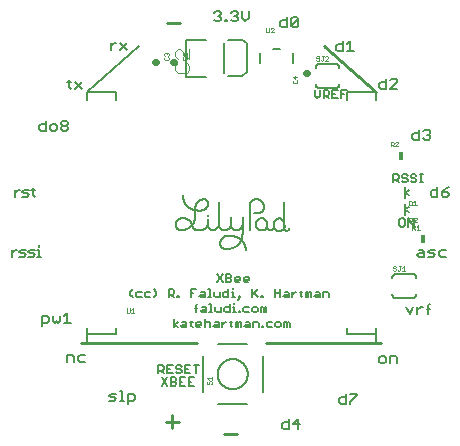
<source format=gbr>
G04 EAGLE Gerber RS-274X export*
G75*
%MOMM*%
%FSLAX34Y34*%
%LPD*%
%INSilkscreen Top*%
%IPPOS*%
%AMOC8*
5,1,8,0,0,1.08239X$1,22.5*%
G01*
%ADD10C,0.203200*%
%ADD11C,0.254000*%
%ADD12C,0.152400*%
%ADD13C,0.279400*%
%ADD14C,0.127000*%
%ADD15C,0.025400*%
%ADD16R,0.457200X0.762000*%
%ADD17C,0.558800*%
%ADD18C,0.101600*%


D10*
X-122500Y-94500D02*
X-122500Y-101500D01*
X122500Y-101500D02*
X122500Y-94000D01*
X-78000Y150000D02*
X-122500Y111000D01*
D11*
X78000Y150000D02*
X122500Y111000D01*
D12*
X47164Y165862D02*
X47164Y174505D01*
X47164Y165862D02*
X42843Y165862D01*
X41402Y167303D01*
X41402Y170184D01*
X42843Y171624D01*
X47164Y171624D01*
X50757Y173065D02*
X50757Y167303D01*
X50757Y173065D02*
X52198Y174505D01*
X55079Y174505D01*
X56519Y173065D01*
X56519Y167303D01*
X55079Y165862D01*
X52198Y165862D01*
X50757Y167303D01*
X56519Y173065D01*
X94154Y154185D02*
X94154Y145542D01*
X89833Y145542D01*
X88392Y146983D01*
X88392Y149864D01*
X89833Y151304D01*
X94154Y151304D01*
X97747Y151304D02*
X100628Y154185D01*
X100628Y145542D01*
X97747Y145542D02*
X103509Y145542D01*
X130984Y122435D02*
X130984Y113792D01*
X126663Y113792D01*
X125222Y115233D01*
X125222Y118114D01*
X126663Y119554D01*
X130984Y119554D01*
X134577Y113792D02*
X140339Y113792D01*
X134577Y113792D02*
X140339Y119554D01*
X140339Y120995D01*
X138899Y122435D01*
X136018Y122435D01*
X134577Y120995D01*
X158924Y79255D02*
X158924Y70612D01*
X154603Y70612D01*
X153162Y72053D01*
X153162Y74934D01*
X154603Y76374D01*
X158924Y76374D01*
X162517Y77815D02*
X163958Y79255D01*
X166839Y79255D01*
X168279Y77815D01*
X168279Y76374D01*
X166839Y74934D01*
X165398Y74934D01*
X166839Y74934D02*
X168279Y73493D01*
X168279Y72053D01*
X166839Y70612D01*
X163958Y70612D01*
X162517Y72053D01*
X174418Y30741D02*
X174418Y22098D01*
X170097Y22098D01*
X168656Y23539D01*
X168656Y26420D01*
X170097Y27860D01*
X174418Y27860D01*
X180892Y29301D02*
X183773Y30741D01*
X180892Y29301D02*
X178011Y26420D01*
X178011Y23539D01*
X179452Y22098D01*
X182333Y22098D01*
X183773Y23539D01*
X183773Y24979D01*
X182333Y26420D01*
X178011Y26420D01*
X161294Y-22686D02*
X158413Y-22686D01*
X161294Y-22686D02*
X162734Y-24126D01*
X162734Y-28448D01*
X158413Y-28448D01*
X156972Y-27007D01*
X158413Y-25567D01*
X162734Y-25567D01*
X166327Y-28448D02*
X170649Y-28448D01*
X172089Y-27007D01*
X170649Y-25567D01*
X167768Y-25567D01*
X166327Y-24126D01*
X167768Y-22686D01*
X172089Y-22686D01*
X177123Y-22686D02*
X181445Y-22686D01*
X177123Y-22686D02*
X175682Y-24126D01*
X175682Y-27007D01*
X177123Y-28448D01*
X181445Y-28448D01*
X148082Y-70946D02*
X150963Y-76708D01*
X153844Y-70946D01*
X157437Y-70946D02*
X157437Y-76708D01*
X157437Y-73827D02*
X160318Y-70946D01*
X161759Y-70946D01*
X166674Y-69505D02*
X166674Y-76708D01*
X166674Y-69505D02*
X168114Y-68065D01*
X168114Y-72386D02*
X165233Y-72386D01*
X129544Y-118618D02*
X126663Y-118618D01*
X129544Y-118618D02*
X130984Y-117177D01*
X130984Y-114296D01*
X129544Y-112856D01*
X126663Y-112856D01*
X125222Y-114296D01*
X125222Y-117177D01*
X126663Y-118618D01*
X134577Y-118618D02*
X134577Y-112856D01*
X138899Y-112856D01*
X140339Y-114296D01*
X140339Y-118618D01*
X96694Y-144265D02*
X96694Y-152908D01*
X92373Y-152908D01*
X90932Y-151467D01*
X90932Y-148586D01*
X92373Y-147146D01*
X96694Y-147146D01*
X100287Y-144265D02*
X106049Y-144265D01*
X106049Y-145705D01*
X100287Y-151467D01*
X100287Y-152908D01*
X48434Y-165855D02*
X48434Y-174498D01*
X44113Y-174498D01*
X42672Y-173057D01*
X42672Y-170176D01*
X44113Y-168736D01*
X48434Y-168736D01*
X56349Y-165855D02*
X56349Y-174498D01*
X52027Y-170176D02*
X56349Y-165855D01*
X57789Y-170176D02*
X52027Y-170176D01*
D13*
X4793Y-178301D02*
X-6223Y-178301D01*
X-44587Y-168341D02*
X-55603Y-168341D01*
X-50095Y-162833D02*
X-50095Y-173849D01*
D12*
X-99056Y-150368D02*
X-103378Y-150368D01*
X-99056Y-150368D02*
X-97616Y-148927D01*
X-99056Y-147487D01*
X-101937Y-147487D01*
X-103378Y-146046D01*
X-101937Y-144606D01*
X-97616Y-144606D01*
X-94023Y-141725D02*
X-92582Y-141725D01*
X-92582Y-150368D01*
X-91142Y-150368D02*
X-94023Y-150368D01*
X-87786Y-153249D02*
X-87786Y-144606D01*
X-83464Y-144606D01*
X-82024Y-146046D01*
X-82024Y-148927D01*
X-83464Y-150368D01*
X-87786Y-150368D01*
X-138938Y-117348D02*
X-138938Y-111586D01*
X-134616Y-111586D01*
X-133176Y-113026D01*
X-133176Y-117348D01*
X-128142Y-111586D02*
X-123821Y-111586D01*
X-128142Y-111586D02*
X-129583Y-113026D01*
X-129583Y-115907D01*
X-128142Y-117348D01*
X-123821Y-117348D01*
X-157306Y78232D02*
X-157306Y86875D01*
X-157306Y78232D02*
X-161627Y78232D01*
X-163068Y79673D01*
X-163068Y82554D01*
X-161627Y83994D01*
X-157306Y83994D01*
X-152272Y78232D02*
X-149391Y78232D01*
X-147951Y79673D01*
X-147951Y82554D01*
X-149391Y83994D01*
X-152272Y83994D01*
X-153713Y82554D01*
X-153713Y79673D01*
X-152272Y78232D01*
X-144358Y85435D02*
X-142917Y86875D01*
X-140036Y86875D01*
X-138595Y85435D01*
X-138595Y83994D01*
X-140036Y82554D01*
X-138595Y81113D01*
X-138595Y79673D01*
X-140036Y78232D01*
X-142917Y78232D01*
X-144358Y79673D01*
X-144358Y81113D01*
X-142917Y82554D01*
X-144358Y83994D01*
X-144358Y85435D01*
X-142917Y82554D02*
X-140036Y82554D01*
X-137497Y115233D02*
X-137497Y120995D01*
X-137497Y115233D02*
X-136057Y113792D01*
X-136057Y119554D02*
X-138938Y119554D01*
X-132701Y119554D02*
X-126939Y113792D01*
X-132701Y113792D02*
X-126939Y119554D01*
X-102108Y146812D02*
X-102108Y152574D01*
X-102108Y149693D02*
X-99227Y152574D01*
X-97786Y152574D01*
X-94312Y152574D02*
X-88550Y146812D01*
X-94312Y146812D02*
X-88550Y152574D01*
D13*
X-54483Y169679D02*
X-43467Y169679D01*
D12*
X-14478Y178145D02*
X-13037Y179585D01*
X-10156Y179585D01*
X-8716Y178145D01*
X-8716Y176704D01*
X-10156Y175264D01*
X-11597Y175264D01*
X-10156Y175264D02*
X-8716Y173823D01*
X-8716Y172383D01*
X-10156Y170942D01*
X-13037Y170942D01*
X-14478Y172383D01*
X-5123Y172383D02*
X-5123Y170942D01*
X-5123Y172383D02*
X-3682Y172383D01*
X-3682Y170942D01*
X-5123Y170942D01*
X-445Y178145D02*
X995Y179585D01*
X3876Y179585D01*
X5317Y178145D01*
X5317Y176704D01*
X3876Y175264D01*
X2436Y175264D01*
X3876Y175264D02*
X5317Y173823D01*
X5317Y172383D01*
X3876Y170942D01*
X995Y170942D01*
X-445Y172383D01*
X8910Y173823D02*
X8910Y179585D01*
X8910Y173823D02*
X11791Y170942D01*
X14672Y173823D01*
X14672Y179585D01*
X-160528Y-78566D02*
X-160528Y-87209D01*
X-160528Y-78566D02*
X-156206Y-78566D01*
X-154766Y-80006D01*
X-154766Y-82887D01*
X-156206Y-84328D01*
X-160528Y-84328D01*
X-151173Y-82887D02*
X-151173Y-78566D01*
X-151173Y-82887D02*
X-149732Y-84328D01*
X-148292Y-82887D01*
X-146851Y-84328D01*
X-145411Y-82887D01*
X-145411Y-78566D01*
X-141818Y-78566D02*
X-138937Y-75685D01*
X-138937Y-84328D01*
X-141818Y-84328D02*
X-136055Y-84328D01*
D14*
X137023Y34417D02*
X137023Y41281D01*
X140455Y41281D01*
X141599Y40137D01*
X141599Y37849D01*
X140455Y36705D01*
X137023Y36705D01*
X139311Y36705D02*
X141599Y34417D01*
X147939Y41281D02*
X149083Y40137D01*
X147939Y41281D02*
X145651Y41281D01*
X144507Y40137D01*
X144507Y38993D01*
X145651Y37849D01*
X147939Y37849D01*
X149083Y36705D01*
X149083Y35561D01*
X147939Y34417D01*
X145651Y34417D01*
X144507Y35561D01*
X155423Y41281D02*
X156567Y40137D01*
X155423Y41281D02*
X153135Y41281D01*
X151991Y40137D01*
X151991Y38993D01*
X153135Y37849D01*
X155423Y37849D01*
X156567Y36705D01*
X156567Y35561D01*
X155423Y34417D01*
X153135Y34417D01*
X151991Y35561D01*
X159476Y34417D02*
X161764Y34417D01*
X160620Y34417D02*
X160620Y41281D01*
X159476Y41281D02*
X161764Y41281D01*
X145563Y3943D02*
X143275Y3943D01*
X142131Y2799D01*
X142131Y-1777D01*
X143275Y-2921D01*
X145563Y-2921D01*
X146707Y-1777D01*
X146707Y2799D01*
X145563Y3943D01*
X149615Y3943D02*
X149615Y-2921D01*
X154191Y-2921D02*
X149615Y3943D01*
X154191Y3943D02*
X154191Y-2921D01*
X-7489Y-50165D02*
X-12065Y-43301D01*
X-7489Y-43301D02*
X-12065Y-50165D01*
X-4581Y-50165D02*
X-4581Y-43301D01*
X-1149Y-43301D01*
X-5Y-44445D01*
X-5Y-45589D01*
X-1149Y-46733D01*
X-5Y-47877D01*
X-5Y-49021D01*
X-1149Y-50165D01*
X-4581Y-50165D01*
X-4581Y-46733D02*
X-1149Y-46733D01*
X4047Y-50165D02*
X6335Y-50165D01*
X4047Y-50165D02*
X2903Y-49021D01*
X2903Y-46733D01*
X4047Y-45589D01*
X6335Y-45589D01*
X7479Y-46733D01*
X7479Y-47877D01*
X2903Y-47877D01*
X11531Y-50165D02*
X13819Y-50165D01*
X11531Y-50165D02*
X10387Y-49021D01*
X10387Y-46733D01*
X11531Y-45589D01*
X13819Y-45589D01*
X14963Y-46733D01*
X14963Y-47877D01*
X10387Y-47877D01*
X-83437Y-62865D02*
X-85725Y-60577D01*
X-85725Y-58289D01*
X-83437Y-56001D01*
X-79592Y-58289D02*
X-76160Y-58289D01*
X-79592Y-58289D02*
X-80736Y-59433D01*
X-80736Y-61721D01*
X-79592Y-62865D01*
X-76160Y-62865D01*
X-72107Y-58289D02*
X-68676Y-58289D01*
X-72107Y-58289D02*
X-73251Y-59433D01*
X-73251Y-61721D01*
X-72107Y-62865D01*
X-68676Y-62865D01*
X-65767Y-62865D02*
X-63479Y-60577D01*
X-63479Y-58289D01*
X-65767Y-56001D01*
X-53294Y-56001D02*
X-53294Y-62865D01*
X-53294Y-56001D02*
X-49862Y-56001D01*
X-48718Y-57145D01*
X-48718Y-59433D01*
X-49862Y-60577D01*
X-53294Y-60577D01*
X-51006Y-60577D02*
X-48718Y-62865D01*
X-45810Y-62865D02*
X-45810Y-61721D01*
X-44666Y-61721D01*
X-44666Y-62865D01*
X-45810Y-62865D01*
X-34583Y-62865D02*
X-34583Y-56001D01*
X-30007Y-56001D01*
X-32295Y-59433D02*
X-34583Y-59433D01*
X-25955Y-58289D02*
X-23667Y-58289D01*
X-22523Y-59433D01*
X-22523Y-62865D01*
X-25955Y-62865D01*
X-27099Y-61721D01*
X-25955Y-60577D01*
X-22523Y-60577D01*
X-19615Y-56001D02*
X-18471Y-56001D01*
X-18471Y-62865D01*
X-19615Y-62865D02*
X-17327Y-62865D01*
X-14626Y-61721D02*
X-14626Y-58289D01*
X-14626Y-61721D02*
X-13482Y-62865D01*
X-10050Y-62865D01*
X-10050Y-58289D01*
X-2565Y-56001D02*
X-2565Y-62865D01*
X-5997Y-62865D01*
X-7141Y-61721D01*
X-7141Y-59433D01*
X-5997Y-58289D01*
X-2565Y-58289D01*
X343Y-58289D02*
X1487Y-58289D01*
X1487Y-62865D01*
X343Y-62865D02*
X2631Y-62865D01*
X1487Y-56001D02*
X1487Y-54857D01*
X7620Y-62865D02*
X5332Y-65153D01*
X7620Y-62865D02*
X7620Y-61721D01*
X6476Y-61721D01*
X6476Y-62865D01*
X7620Y-62865D01*
X17806Y-62865D02*
X17806Y-56001D01*
X17806Y-60577D02*
X22382Y-56001D01*
X18950Y-59433D02*
X22382Y-62865D01*
X25290Y-62865D02*
X25290Y-61721D01*
X26434Y-61721D01*
X26434Y-62865D01*
X25290Y-62865D01*
X36516Y-62865D02*
X36516Y-56001D01*
X36516Y-59433D02*
X41092Y-59433D01*
X41092Y-56001D02*
X41092Y-62865D01*
X45144Y-58289D02*
X47432Y-58289D01*
X48576Y-59433D01*
X48576Y-62865D01*
X45144Y-62865D01*
X44000Y-61721D01*
X45144Y-60577D01*
X48576Y-60577D01*
X51485Y-62865D02*
X51485Y-58289D01*
X53772Y-58289D02*
X51485Y-60577D01*
X53772Y-58289D02*
X54916Y-58289D01*
X58865Y-57145D02*
X58865Y-61721D01*
X60009Y-62865D01*
X60009Y-58289D02*
X57721Y-58289D01*
X62711Y-58289D02*
X62711Y-62865D01*
X62711Y-58289D02*
X63855Y-58289D01*
X64999Y-59433D01*
X64999Y-62865D01*
X64999Y-59433D02*
X66143Y-58289D01*
X67287Y-59433D01*
X67287Y-62865D01*
X71339Y-58289D02*
X73627Y-58289D01*
X74771Y-59433D01*
X74771Y-62865D01*
X71339Y-62865D01*
X70195Y-61721D01*
X71339Y-60577D01*
X74771Y-60577D01*
X77679Y-62865D02*
X77679Y-58289D01*
X81111Y-58289D01*
X82255Y-59433D01*
X82255Y-62865D01*
X-29971Y-69845D02*
X-29971Y-75565D01*
X-29971Y-69845D02*
X-28827Y-68701D01*
X-28827Y-72133D02*
X-31115Y-72133D01*
X-24982Y-70989D02*
X-22694Y-70989D01*
X-21550Y-72133D01*
X-21550Y-75565D01*
X-24982Y-75565D01*
X-26126Y-74421D01*
X-24982Y-73277D01*
X-21550Y-73277D01*
X-18641Y-68701D02*
X-17497Y-68701D01*
X-17497Y-75565D01*
X-18641Y-75565D02*
X-16353Y-75565D01*
X-13652Y-74421D02*
X-13652Y-70989D01*
X-13652Y-74421D02*
X-12508Y-75565D01*
X-9076Y-75565D01*
X-9076Y-70989D01*
X-1592Y-68701D02*
X-1592Y-75565D01*
X-5024Y-75565D01*
X-6168Y-74421D01*
X-6168Y-72133D01*
X-5024Y-70989D01*
X-1592Y-70989D01*
X1316Y-70989D02*
X2460Y-70989D01*
X2460Y-75565D01*
X1316Y-75565D02*
X3604Y-75565D01*
X2460Y-68701D02*
X2460Y-67557D01*
X6306Y-74421D02*
X6306Y-75565D01*
X6306Y-74421D02*
X7450Y-74421D01*
X7450Y-75565D01*
X6306Y-75565D01*
X11192Y-70989D02*
X14624Y-70989D01*
X11192Y-70989D02*
X10048Y-72133D01*
X10048Y-74421D01*
X11192Y-75565D01*
X14624Y-75565D01*
X18676Y-75565D02*
X20964Y-75565D01*
X22108Y-74421D01*
X22108Y-72133D01*
X20964Y-70989D01*
X18676Y-70989D01*
X17532Y-72133D01*
X17532Y-74421D01*
X18676Y-75565D01*
X25016Y-75565D02*
X25016Y-70989D01*
X26160Y-70989D01*
X27304Y-72133D01*
X27304Y-75565D01*
X27304Y-72133D02*
X28448Y-70989D01*
X29592Y-72133D01*
X29592Y-75565D01*
X-48895Y-81401D02*
X-48895Y-88265D01*
X-48895Y-85977D02*
X-45463Y-88265D01*
X-48895Y-85977D02*
X-45463Y-83689D01*
X-41514Y-83689D02*
X-39226Y-83689D01*
X-38082Y-84833D01*
X-38082Y-88265D01*
X-41514Y-88265D01*
X-42658Y-87121D01*
X-41514Y-85977D01*
X-38082Y-85977D01*
X-34030Y-87121D02*
X-34030Y-82545D01*
X-34030Y-87121D02*
X-32886Y-88265D01*
X-32886Y-83689D02*
X-35174Y-83689D01*
X-29041Y-88265D02*
X-26753Y-88265D01*
X-29041Y-88265D02*
X-30185Y-87121D01*
X-30185Y-84833D01*
X-29041Y-83689D01*
X-26753Y-83689D01*
X-25609Y-84833D01*
X-25609Y-85977D01*
X-30185Y-85977D01*
X-22700Y-88265D02*
X-22700Y-81401D01*
X-21557Y-83689D02*
X-22700Y-84833D01*
X-21557Y-83689D02*
X-19269Y-83689D01*
X-18125Y-84833D01*
X-18125Y-88265D01*
X-14072Y-83689D02*
X-11784Y-83689D01*
X-10640Y-84833D01*
X-10640Y-88265D01*
X-14072Y-88265D01*
X-15216Y-87121D01*
X-14072Y-85977D01*
X-10640Y-85977D01*
X-7732Y-88265D02*
X-7732Y-83689D01*
X-7732Y-85977D02*
X-5444Y-83689D01*
X-4300Y-83689D01*
X-351Y-82545D02*
X-351Y-87121D01*
X793Y-88265D01*
X793Y-83689D02*
X-1495Y-83689D01*
X3494Y-83689D02*
X3494Y-88265D01*
X3494Y-83689D02*
X4638Y-83689D01*
X5782Y-84833D01*
X5782Y-88265D01*
X5782Y-84833D02*
X6926Y-83689D01*
X8070Y-84833D01*
X8070Y-88265D01*
X12122Y-83689D02*
X14410Y-83689D01*
X15554Y-84833D01*
X15554Y-88265D01*
X12122Y-88265D01*
X10978Y-87121D01*
X12122Y-85977D01*
X15554Y-85977D01*
X18462Y-88265D02*
X18462Y-83689D01*
X21894Y-83689D01*
X23038Y-84833D01*
X23038Y-88265D01*
X25947Y-88265D02*
X25947Y-87121D01*
X27091Y-87121D01*
X27091Y-88265D01*
X25947Y-88265D01*
X30833Y-83689D02*
X34265Y-83689D01*
X30833Y-83689D02*
X29689Y-84833D01*
X29689Y-87121D01*
X30833Y-88265D01*
X34265Y-88265D01*
X38317Y-88265D02*
X40605Y-88265D01*
X41749Y-87121D01*
X41749Y-84833D01*
X40605Y-83689D01*
X38317Y-83689D01*
X37173Y-84833D01*
X37173Y-87121D01*
X38317Y-88265D01*
X44657Y-88265D02*
X44657Y-83689D01*
X45801Y-83689D01*
X46945Y-84833D01*
X46945Y-88265D01*
X46945Y-84833D02*
X48089Y-83689D01*
X49233Y-84833D01*
X49233Y-88265D01*
D12*
X-185928Y-28448D02*
X-185928Y-22686D01*
X-185928Y-25567D02*
X-183047Y-22686D01*
X-181606Y-22686D01*
X-179578Y-28448D02*
X-175256Y-28448D01*
X-173816Y-27007D01*
X-175256Y-25567D01*
X-178137Y-25567D01*
X-179578Y-24126D01*
X-178137Y-22686D01*
X-173816Y-22686D01*
X-171958Y-28448D02*
X-167636Y-28448D01*
X-166196Y-27007D01*
X-167636Y-25567D01*
X-170517Y-25567D01*
X-171958Y-24126D01*
X-170517Y-22686D01*
X-166196Y-22686D01*
X-164338Y-22686D02*
X-162897Y-22686D01*
X-162897Y-28448D01*
X-161457Y-28448D02*
X-164338Y-28448D01*
X-162897Y-19805D02*
X-162897Y-18364D01*
X-183388Y22352D02*
X-183388Y28114D01*
X-183388Y25233D02*
X-180507Y28114D01*
X-179066Y28114D01*
X-177038Y22352D02*
X-172716Y22352D01*
X-171276Y23793D01*
X-172716Y25233D01*
X-175597Y25233D01*
X-177038Y26674D01*
X-175597Y28114D01*
X-171276Y28114D01*
X-167977Y29555D02*
X-167977Y23793D01*
X-166537Y22352D01*
X-166537Y28114D02*
X-169418Y28114D01*
D14*
X-61849Y-120263D02*
X-61849Y-127127D01*
X-61849Y-120263D02*
X-58417Y-120263D01*
X-57273Y-121407D01*
X-57273Y-123695D01*
X-58417Y-124839D01*
X-61849Y-124839D01*
X-59561Y-124839D02*
X-57273Y-127127D01*
X-54365Y-120263D02*
X-49789Y-120263D01*
X-54365Y-120263D02*
X-54365Y-127127D01*
X-49789Y-127127D01*
X-52077Y-123695D02*
X-54365Y-123695D01*
X-43449Y-120263D02*
X-42305Y-121407D01*
X-43449Y-120263D02*
X-45737Y-120263D01*
X-46881Y-121407D01*
X-46881Y-122551D01*
X-45737Y-123695D01*
X-43449Y-123695D01*
X-42305Y-124839D01*
X-42305Y-125983D01*
X-43449Y-127127D01*
X-45737Y-127127D01*
X-46881Y-125983D01*
X-39397Y-120263D02*
X-34821Y-120263D01*
X-39397Y-120263D02*
X-39397Y-127127D01*
X-34821Y-127127D01*
X-37109Y-123695D02*
X-39397Y-123695D01*
X-29624Y-127127D02*
X-29624Y-120263D01*
X-31912Y-120263D02*
X-27336Y-120263D01*
X-54225Y-137541D02*
X-58801Y-130677D01*
X-54225Y-130677D02*
X-58801Y-137541D01*
X-51317Y-137541D02*
X-51317Y-130677D01*
X-47885Y-130677D01*
X-46741Y-131821D01*
X-46741Y-132965D01*
X-47885Y-134109D01*
X-46741Y-135253D01*
X-46741Y-136397D01*
X-47885Y-137541D01*
X-51317Y-137541D01*
X-51317Y-134109D02*
X-47885Y-134109D01*
X-43833Y-130677D02*
X-39257Y-130677D01*
X-43833Y-130677D02*
X-43833Y-137541D01*
X-39257Y-137541D01*
X-41545Y-134109D02*
X-43833Y-134109D01*
X-36349Y-130677D02*
X-31773Y-130677D01*
X-36349Y-130677D02*
X-36349Y-137541D01*
X-31773Y-137541D01*
X-34061Y-134109D02*
X-36349Y-134109D01*
X70520Y107825D02*
X70520Y112401D01*
X70520Y107825D02*
X72808Y105537D01*
X75096Y107825D01*
X75096Y112401D01*
X78005Y112401D02*
X78005Y105537D01*
X78005Y112401D02*
X81436Y112401D01*
X82580Y111257D01*
X82580Y108969D01*
X81436Y107825D01*
X78005Y107825D01*
X80292Y107825D02*
X82580Y105537D01*
X85489Y112401D02*
X90065Y112401D01*
X85489Y112401D02*
X85489Y105537D01*
X90065Y105537D01*
X87777Y108969D02*
X85489Y108969D01*
X92973Y105537D02*
X92973Y112401D01*
X97549Y112401D01*
X95261Y108969D02*
X92973Y108969D01*
D11*
X-29210Y-101600D02*
X-127000Y-101600D01*
X29210Y-101600D02*
X127000Y-101600D01*
D10*
X147144Y11684D02*
X147144Y16284D01*
X147144Y11684D02*
X147144Y7084D01*
X147144Y11684D02*
X150244Y14022D01*
X147298Y11430D02*
X150244Y9500D01*
D15*
X150377Y4575D02*
X150377Y762D01*
X152283Y762D01*
X152919Y1398D01*
X152919Y3940D01*
X152283Y4575D01*
X150377Y4575D01*
X154119Y762D02*
X156661Y762D01*
X154119Y762D02*
X156661Y3304D01*
X156661Y3940D01*
X156026Y4575D01*
X154754Y4575D01*
X154119Y3940D01*
D16*
X161798Y-13208D03*
D15*
X153035Y-5461D02*
X153035Y-1648D01*
X154942Y-1648D01*
X155577Y-2283D01*
X155577Y-3554D01*
X154942Y-4190D01*
X153035Y-4190D01*
X154306Y-4190D02*
X155577Y-5461D01*
X156777Y-2919D02*
X158048Y-1648D01*
X158048Y-5461D01*
X156777Y-5461D02*
X159319Y-5461D01*
D17*
X-48717Y136398D02*
X-49327Y136398D01*
D15*
X-41278Y139837D02*
X-40643Y140473D01*
X-41278Y139837D02*
X-41278Y138566D01*
X-40643Y137931D01*
X-38101Y137931D01*
X-37465Y138566D01*
X-37465Y139837D01*
X-38101Y140473D01*
X-40007Y141673D02*
X-41278Y142944D01*
X-37465Y142944D01*
X-37465Y141673D02*
X-37465Y144215D01*
D10*
X-38700Y123700D02*
X-21700Y123700D01*
X-38700Y123700D02*
X-38700Y155200D01*
X-21700Y155200D01*
X-2700Y124200D02*
X9300Y124200D01*
X13300Y127700D01*
X13300Y152200D01*
X9300Y155200D01*
X-2700Y155200D01*
X9300Y155200D01*
X-6610Y152810D02*
X-6610Y126840D01*
D18*
X-45653Y135304D02*
X-47602Y133355D01*
X-47602Y129457D01*
X-45653Y127508D01*
X-37857Y127508D01*
X-35908Y129457D01*
X-35908Y133355D01*
X-37857Y135304D01*
X-35908Y139202D02*
X-35908Y146998D01*
X-35908Y139202D02*
X-43704Y146998D01*
X-45653Y146998D01*
X-47602Y145049D01*
X-47602Y141151D01*
X-45653Y139202D01*
D17*
X-64211Y136398D02*
X-64821Y136398D01*
D15*
X-56772Y139837D02*
X-56137Y140473D01*
X-56772Y139837D02*
X-56772Y138566D01*
X-56137Y137931D01*
X-53595Y137931D01*
X-52959Y138566D01*
X-52959Y139837D01*
X-53595Y140473D01*
X-56137Y141673D02*
X-56772Y142308D01*
X-56772Y143580D01*
X-56137Y144215D01*
X-55501Y144215D01*
X-54866Y143580D01*
X-54866Y142944D01*
X-54866Y143580D02*
X-54230Y144215D01*
X-53595Y144215D01*
X-52959Y143580D01*
X-52959Y142308D01*
X-53595Y141673D01*
D10*
X-122500Y-88600D02*
X-122500Y-94100D01*
X-97500Y-94100D01*
X-97500Y-88600D01*
X-97500Y104400D02*
X-97500Y110900D01*
X-122500Y110900D01*
X-122500Y104400D01*
X97500Y-88600D02*
X97500Y-94100D01*
X122500Y-94100D01*
X122500Y-88600D01*
X122500Y104400D02*
X122500Y110900D01*
X97500Y110900D01*
X97500Y104400D01*
D15*
X-88773Y-72260D02*
X-88773Y-75437D01*
X-88137Y-76073D01*
X-86866Y-76073D01*
X-86231Y-75437D01*
X-86231Y-72260D01*
X-85031Y-73531D02*
X-83760Y-72260D01*
X-83760Y-76073D01*
X-85031Y-76073D02*
X-82489Y-76073D01*
D10*
X147144Y25908D02*
X147144Y30508D01*
X147144Y25908D02*
X147144Y21308D01*
X147144Y25908D02*
X150244Y28246D01*
X147298Y25654D02*
X150244Y23724D01*
D15*
X150377Y18799D02*
X150377Y14986D01*
X152283Y14986D01*
X152919Y15622D01*
X152919Y18164D01*
X152283Y18799D01*
X150377Y18799D01*
X154119Y17528D02*
X155390Y18799D01*
X155390Y14986D01*
X154119Y14986D02*
X156661Y14986D01*
D16*
X143764Y57150D03*
D15*
X135001Y64897D02*
X135001Y68710D01*
X136908Y68710D01*
X137543Y68075D01*
X137543Y66804D01*
X136908Y66168D01*
X135001Y66168D01*
X136272Y66168D02*
X137543Y64897D01*
X138743Y64897D02*
X141285Y64897D01*
X138743Y64897D02*
X141285Y67439D01*
X141285Y68075D01*
X140650Y68710D01*
X139379Y68710D01*
X138743Y68075D01*
D10*
X138304Y-63086D02*
X154304Y-63086D01*
X156304Y-46086D02*
X156322Y-45988D01*
X156336Y-45889D01*
X156346Y-45789D01*
X156352Y-45689D01*
X156354Y-45589D01*
X156352Y-45489D01*
X156346Y-45389D01*
X156337Y-45289D01*
X156323Y-45190D01*
X156306Y-45091D01*
X156284Y-44994D01*
X156259Y-44897D01*
X156230Y-44801D01*
X156198Y-44706D01*
X156161Y-44613D01*
X156121Y-44521D01*
X156078Y-44431D01*
X156031Y-44342D01*
X155980Y-44256D01*
X155926Y-44172D01*
X155869Y-44089D01*
X155809Y-44010D01*
X155745Y-43932D01*
X155679Y-43857D01*
X155609Y-43785D01*
X155537Y-43715D01*
X155462Y-43649D01*
X155385Y-43585D01*
X155305Y-43525D01*
X155223Y-43467D01*
X155139Y-43413D01*
X155052Y-43363D01*
X154964Y-43315D01*
X154874Y-43272D01*
X154782Y-43231D01*
X154689Y-43195D01*
X154595Y-43162D01*
X154499Y-43133D01*
X154402Y-43108D01*
X154304Y-43086D01*
X138304Y-43085D02*
X138206Y-43107D01*
X138109Y-43132D01*
X138013Y-43161D01*
X137919Y-43194D01*
X137826Y-43231D01*
X137734Y-43271D01*
X137644Y-43315D01*
X137556Y-43362D01*
X137469Y-43413D01*
X137385Y-43467D01*
X137303Y-43524D01*
X137223Y-43585D01*
X137146Y-43648D01*
X137071Y-43715D01*
X136999Y-43784D01*
X136930Y-43857D01*
X136863Y-43931D01*
X136800Y-44009D01*
X136739Y-44089D01*
X136682Y-44171D01*
X136628Y-44255D01*
X136578Y-44342D01*
X136531Y-44430D01*
X136487Y-44520D01*
X136447Y-44612D01*
X136411Y-44705D01*
X136378Y-44800D01*
X136349Y-44896D01*
X136324Y-44993D01*
X136302Y-45091D01*
X136285Y-45189D01*
X136271Y-45289D01*
X136262Y-45388D01*
X136256Y-45488D01*
X136254Y-45588D01*
X136256Y-45688D01*
X136262Y-45788D01*
X136272Y-45888D01*
X136286Y-45987D01*
X136304Y-46086D01*
X136304Y-60086D02*
X136286Y-60185D01*
X136272Y-60284D01*
X136262Y-60384D01*
X136256Y-60484D01*
X136254Y-60584D01*
X136256Y-60684D01*
X136262Y-60784D01*
X136271Y-60883D01*
X136285Y-60983D01*
X136302Y-61081D01*
X136324Y-61179D01*
X136349Y-61276D01*
X136378Y-61372D01*
X136411Y-61467D01*
X136447Y-61560D01*
X136487Y-61652D01*
X136531Y-61742D01*
X136578Y-61830D01*
X136628Y-61917D01*
X136682Y-62001D01*
X136739Y-62083D01*
X136800Y-62163D01*
X136863Y-62241D01*
X136930Y-62315D01*
X136999Y-62388D01*
X137071Y-62457D01*
X137146Y-62524D01*
X137223Y-62587D01*
X137303Y-62648D01*
X137385Y-62705D01*
X137469Y-62759D01*
X137556Y-62810D01*
X137644Y-62857D01*
X137734Y-62901D01*
X137826Y-62941D01*
X137919Y-62978D01*
X138013Y-63011D01*
X138109Y-63040D01*
X138206Y-63065D01*
X138304Y-63087D01*
X154304Y-63087D02*
X154402Y-63065D01*
X154499Y-63040D01*
X154595Y-63011D01*
X154689Y-62978D01*
X154782Y-62941D01*
X154874Y-62901D01*
X154964Y-62857D01*
X155052Y-62810D01*
X155139Y-62759D01*
X155223Y-62705D01*
X155305Y-62648D01*
X155385Y-62587D01*
X155462Y-62524D01*
X155537Y-62457D01*
X155609Y-62388D01*
X155678Y-62315D01*
X155745Y-62241D01*
X155808Y-62163D01*
X155869Y-62083D01*
X155926Y-62001D01*
X155980Y-61917D01*
X156030Y-61830D01*
X156077Y-61742D01*
X156121Y-61652D01*
X156161Y-61560D01*
X156197Y-61467D01*
X156230Y-61372D01*
X156259Y-61276D01*
X156284Y-61179D01*
X156306Y-61081D01*
X156323Y-60983D01*
X156337Y-60883D01*
X156346Y-60784D01*
X156352Y-60684D01*
X156354Y-60584D01*
X156352Y-60484D01*
X156346Y-60384D01*
X156336Y-60284D01*
X156322Y-60185D01*
X156304Y-60086D01*
X154304Y-43086D02*
X138304Y-43086D01*
D15*
X139448Y-37081D02*
X138813Y-36446D01*
X137542Y-36446D01*
X136906Y-37081D01*
X136906Y-37717D01*
X137542Y-38352D01*
X138813Y-38352D01*
X139448Y-38988D01*
X139448Y-39623D01*
X138813Y-40259D01*
X137542Y-40259D01*
X136906Y-39623D01*
X140648Y-39623D02*
X141284Y-40259D01*
X141919Y-40259D01*
X142555Y-39623D01*
X142555Y-36446D01*
X143190Y-36446D02*
X141919Y-36446D01*
X144390Y-37717D02*
X145661Y-36446D01*
X145661Y-40259D01*
X144390Y-40259D02*
X146932Y-40259D01*
D10*
X52324Y135406D02*
X52324Y143994D01*
X23876Y143994D02*
X23876Y135406D01*
X35416Y147804D02*
X40784Y147804D01*
D15*
X29337Y162053D02*
X29337Y165230D01*
X29337Y162053D02*
X29973Y161417D01*
X31244Y161417D01*
X31879Y162053D01*
X31879Y165230D01*
X33079Y161417D02*
X35621Y161417D01*
X33079Y161417D02*
X35621Y163959D01*
X35621Y164595D01*
X34986Y165230D01*
X33715Y165230D01*
X33079Y164595D01*
D17*
X63195Y127000D02*
X63805Y127000D01*
D15*
X52575Y120779D02*
X51940Y120144D01*
X51940Y118873D01*
X52575Y118237D01*
X55117Y118237D01*
X55753Y118873D01*
X55753Y120144D01*
X55117Y120779D01*
X55753Y123886D02*
X51940Y123886D01*
X53846Y121979D01*
X53846Y124521D01*
D10*
X15370Y15160D02*
X15370Y-5840D01*
X15370Y15160D02*
X15385Y15306D01*
X15404Y15452D01*
X15427Y15597D01*
X15454Y15742D01*
X15485Y15886D01*
X15519Y16029D01*
X15558Y16171D01*
X15600Y16311D01*
X15645Y16451D01*
X15695Y16590D01*
X15748Y16727D01*
X15805Y16862D01*
X15865Y16996D01*
X15929Y17129D01*
X15997Y17259D01*
X16068Y17388D01*
X16142Y17515D01*
X16220Y17640D01*
X16301Y17763D01*
X16385Y17883D01*
X16472Y18001D01*
X16563Y18117D01*
X16656Y18231D01*
X16753Y18342D01*
X16852Y18450D01*
X16955Y18555D01*
X17060Y18658D01*
X17168Y18758D01*
X17278Y18855D01*
X17391Y18950D01*
X17506Y19041D01*
X17624Y19129D01*
X17744Y19213D01*
X17867Y19295D01*
X17991Y19373D01*
X18118Y19448D01*
X18246Y19520D01*
X18376Y19588D01*
X18508Y19653D01*
X18642Y19714D01*
X18778Y19771D01*
X18914Y19825D01*
X19053Y19875D01*
X19192Y19922D01*
X19333Y19965D01*
X19474Y20004D01*
X19617Y20039D01*
X19761Y20070D01*
X19905Y20098D01*
X20050Y20122D01*
X20196Y20142D01*
X20342Y20158D01*
X20489Y20170D01*
X20636Y20178D01*
X20783Y20182D01*
X20930Y20183D01*
X21077Y20179D01*
X21223Y20172D01*
X21370Y20160D01*
X21516Y20172D01*
X21663Y20179D01*
X21810Y20183D01*
X21957Y20182D01*
X22104Y20178D01*
X22251Y20170D01*
X22398Y20158D01*
X22544Y20142D01*
X22689Y20122D01*
X22835Y20098D01*
X22979Y20070D01*
X23123Y20039D01*
X23265Y20004D01*
X23407Y19965D01*
X23548Y19922D01*
X23687Y19875D01*
X23825Y19825D01*
X23962Y19771D01*
X24097Y19714D01*
X24231Y19652D01*
X24363Y19588D01*
X24494Y19520D01*
X24622Y19448D01*
X24748Y19373D01*
X24873Y19295D01*
X24995Y19213D01*
X25115Y19128D01*
X25233Y19040D01*
X25349Y18949D01*
X25462Y18855D01*
X25572Y18758D01*
X25680Y18658D01*
X25785Y18555D01*
X25887Y18450D01*
X25987Y18341D01*
X26083Y18230D01*
X26177Y18117D01*
X26267Y18001D01*
X26355Y17883D01*
X26439Y17762D01*
X26520Y17640D01*
X26597Y17515D01*
X26672Y17388D01*
X26743Y17259D01*
X26810Y17129D01*
X26874Y16996D01*
X26935Y16862D01*
X26991Y16727D01*
X27045Y16589D01*
X27094Y16451D01*
X27140Y16311D01*
X27182Y16170D01*
X27221Y16029D01*
X27255Y15886D01*
X27286Y15742D01*
X27313Y15597D01*
X27336Y15452D01*
X27355Y15306D01*
X27370Y15160D01*
X27370Y13160D01*
X27361Y13024D01*
X27348Y12889D01*
X27331Y12754D01*
X27311Y12620D01*
X27286Y12487D01*
X27258Y12354D01*
X27226Y12222D01*
X27190Y12091D01*
X27151Y11961D01*
X27107Y11832D01*
X27060Y11704D01*
X27010Y11578D01*
X26956Y11454D01*
X26898Y11331D01*
X26837Y11209D01*
X26772Y11090D01*
X26704Y10972D01*
X26633Y10857D01*
X26559Y10743D01*
X26481Y10632D01*
X26400Y10522D01*
X26316Y10416D01*
X26229Y10311D01*
X26139Y10210D01*
X26046Y10110D01*
X25950Y10014D01*
X25852Y9920D01*
X25751Y9829D01*
X25648Y9741D01*
X25542Y9656D01*
X25433Y9574D01*
X25323Y9496D01*
X25210Y9420D01*
X25095Y9348D01*
X24978Y9279D01*
X24859Y9213D01*
X24738Y9151D01*
X24615Y9092D01*
X24491Y9037D01*
X24366Y8985D01*
X24239Y8937D01*
X24110Y8893D01*
X23981Y8852D01*
X23850Y8815D01*
X23718Y8782D01*
X23586Y8752D01*
X23452Y8727D01*
X23318Y8705D01*
X23184Y8687D01*
X23048Y8672D01*
X22913Y8662D01*
X22777Y8656D01*
X22641Y8653D01*
X22506Y8654D01*
X22370Y8660D01*
X19370Y8660D01*
X29870Y-1840D02*
X29885Y-1957D01*
X29896Y-2075D01*
X29903Y-2193D01*
X29906Y-2311D01*
X29905Y-2429D01*
X29900Y-2547D01*
X29891Y-2665D01*
X29878Y-2783D01*
X29861Y-2899D01*
X29841Y-3016D01*
X29816Y-3131D01*
X29788Y-3246D01*
X29756Y-3360D01*
X29720Y-3472D01*
X29680Y-3584D01*
X29637Y-3694D01*
X29590Y-3802D01*
X29539Y-3909D01*
X29485Y-4014D01*
X29427Y-4117D01*
X29366Y-4218D01*
X29302Y-4317D01*
X29234Y-4414D01*
X29163Y-4509D01*
X29089Y-4601D01*
X29012Y-4690D01*
X28932Y-4777D01*
X28849Y-4861D01*
X28763Y-4943D01*
X28675Y-5021D01*
X28584Y-5097D01*
X28491Y-5169D01*
X28395Y-5239D01*
X28297Y-5305D01*
X28197Y-5367D01*
X28095Y-5427D01*
X27991Y-5483D01*
X27885Y-5535D01*
X27777Y-5584D01*
X27668Y-5629D01*
X27557Y-5671D01*
X27445Y-5709D01*
X27332Y-5743D01*
X27218Y-5773D01*
X27103Y-5799D01*
X26987Y-5822D01*
X26870Y-5840D01*
X24870Y-5840D01*
X24739Y-5824D01*
X24609Y-5804D01*
X24480Y-5780D01*
X24351Y-5752D01*
X24223Y-5720D01*
X24096Y-5685D01*
X23970Y-5646D01*
X23846Y-5604D01*
X23722Y-5558D01*
X23600Y-5508D01*
X23480Y-5455D01*
X23361Y-5398D01*
X23244Y-5338D01*
X23128Y-5274D01*
X23015Y-5207D01*
X22903Y-5137D01*
X22794Y-5064D01*
X22687Y-4987D01*
X22582Y-4908D01*
X22479Y-4825D01*
X22379Y-4740D01*
X22282Y-4651D01*
X22187Y-4560D01*
X22094Y-4466D01*
X22005Y-4369D01*
X21918Y-4270D01*
X21834Y-4169D01*
X21753Y-4065D01*
X21676Y-3958D01*
X21601Y-3850D01*
X21530Y-3739D01*
X21462Y-3626D01*
X21397Y-3512D01*
X21335Y-3395D01*
X21277Y-3277D01*
X21223Y-3157D01*
X21172Y-3036D01*
X21124Y-2913D01*
X21080Y-2789D01*
X21040Y-2663D01*
X21003Y-2537D01*
X20970Y-2409D01*
X20941Y-2281D01*
X20915Y-2152D01*
X20894Y-2022D01*
X20876Y-1891D01*
X20862Y-1760D01*
X20851Y-1629D01*
X20845Y-1497D01*
X20842Y-1366D01*
X20843Y-1234D01*
X20848Y-1102D01*
X20857Y-971D01*
X20870Y-840D01*
X20857Y-709D01*
X20848Y-578D01*
X20843Y-446D01*
X20842Y-314D01*
X20845Y-183D01*
X20851Y-51D01*
X20862Y80D01*
X20876Y211D01*
X20894Y342D01*
X20915Y472D01*
X20941Y601D01*
X20970Y729D01*
X21003Y857D01*
X21040Y983D01*
X21080Y1109D01*
X21124Y1233D01*
X21172Y1356D01*
X21223Y1477D01*
X21277Y1597D01*
X21335Y1715D01*
X21397Y1832D01*
X21462Y1946D01*
X21530Y2059D01*
X21601Y2170D01*
X21676Y2278D01*
X21753Y2385D01*
X21834Y2489D01*
X21918Y2590D01*
X22005Y2689D01*
X22094Y2786D01*
X22187Y2880D01*
X22282Y2971D01*
X22379Y3060D01*
X22479Y3145D01*
X22582Y3228D01*
X22687Y3307D01*
X22794Y3384D01*
X22903Y3457D01*
X23015Y3527D01*
X23128Y3594D01*
X23244Y3658D01*
X23361Y3718D01*
X23480Y3775D01*
X23600Y3828D01*
X23722Y3878D01*
X23846Y3924D01*
X23970Y3966D01*
X24096Y4005D01*
X24223Y4040D01*
X24351Y4072D01*
X24480Y4100D01*
X24609Y4124D01*
X24739Y4144D01*
X24870Y4160D01*
X25870Y4160D01*
X25996Y4158D01*
X26121Y4152D01*
X26246Y4142D01*
X26371Y4128D01*
X26496Y4111D01*
X26620Y4089D01*
X26743Y4064D01*
X26865Y4034D01*
X26986Y4001D01*
X27106Y3964D01*
X27225Y3924D01*
X27342Y3879D01*
X27459Y3831D01*
X27573Y3779D01*
X27686Y3724D01*
X27797Y3665D01*
X27906Y3603D01*
X28013Y3537D01*
X28118Y3468D01*
X28221Y3396D01*
X28322Y3321D01*
X28420Y3242D01*
X28515Y3160D01*
X28608Y3076D01*
X28698Y2988D01*
X28786Y2898D01*
X28870Y2805D01*
X28952Y2710D01*
X29031Y2612D01*
X29106Y2511D01*
X29178Y2408D01*
X29247Y2303D01*
X29313Y2196D01*
X29375Y2087D01*
X29434Y1976D01*
X29489Y1863D01*
X29541Y1749D01*
X29589Y1632D01*
X29634Y1515D01*
X29674Y1396D01*
X29711Y1276D01*
X29744Y1155D01*
X29774Y1033D01*
X29799Y910D01*
X29821Y786D01*
X29838Y661D01*
X29852Y536D01*
X29862Y411D01*
X29868Y286D01*
X29870Y160D01*
X29870Y-1840D01*
X29847Y-1951D01*
X29827Y-2064D01*
X29811Y-2176D01*
X29799Y-2290D01*
X29790Y-2403D01*
X29786Y-2517D01*
X29785Y-2631D01*
X29789Y-2745D01*
X29796Y-2858D01*
X29807Y-2972D01*
X29822Y-3085D01*
X29841Y-3197D01*
X29863Y-3308D01*
X29890Y-3419D01*
X29920Y-3529D01*
X29954Y-3638D01*
X29991Y-3745D01*
X30033Y-3851D01*
X30078Y-3956D01*
X30126Y-4059D01*
X30178Y-4160D01*
X30233Y-4260D01*
X30292Y-4358D01*
X30354Y-4453D01*
X30419Y-4546D01*
X30488Y-4637D01*
X30559Y-4726D01*
X30633Y-4812D01*
X30711Y-4896D01*
X30791Y-4977D01*
X30874Y-5055D01*
X30959Y-5130D01*
X31047Y-5203D01*
X31138Y-5272D01*
X31230Y-5338D01*
X31325Y-5401D01*
X31422Y-5460D01*
X31521Y-5517D01*
X31622Y-5570D01*
X31725Y-5619D01*
X31829Y-5665D01*
X31935Y-5707D01*
X32042Y-5746D01*
X32150Y-5781D01*
X32260Y-5812D01*
X32370Y-5840D01*
X32473Y-5866D01*
X32578Y-5888D01*
X32683Y-5906D01*
X32788Y-5921D01*
X32894Y-5931D01*
X33001Y-5938D01*
X33107Y-5940D01*
X33214Y-5938D01*
X33320Y-5933D01*
X33426Y-5923D01*
X33532Y-5910D01*
X33637Y-5893D01*
X33742Y-5871D01*
X33845Y-5846D01*
X33948Y-5817D01*
X34049Y-5784D01*
X34149Y-5748D01*
X34248Y-5707D01*
X34345Y-5663D01*
X34440Y-5616D01*
X34534Y-5564D01*
X34626Y-5510D01*
X34715Y-5452D01*
X34802Y-5391D01*
X34887Y-5326D01*
X34969Y-5258D01*
X35049Y-5188D01*
X35126Y-5114D01*
X35201Y-5038D01*
X35272Y-4959D01*
X35340Y-4877D01*
X35406Y-4793D01*
X35468Y-4706D01*
X35526Y-4617D01*
X35582Y-4526D01*
X35634Y-4433D01*
X35682Y-4338D01*
X35727Y-4241D01*
X35768Y-4143D01*
X35806Y-4043D01*
X35840Y-3942D01*
X35870Y-3840D01*
X35870Y-3340D01*
X35870Y-840D01*
X35864Y-704D01*
X35863Y-568D01*
X35866Y-433D01*
X35872Y-297D01*
X35882Y-161D01*
X35897Y-26D01*
X35915Y108D01*
X35936Y242D01*
X35962Y376D01*
X35992Y508D01*
X36025Y640D01*
X36062Y771D01*
X36103Y901D01*
X36147Y1029D01*
X36195Y1156D01*
X36247Y1282D01*
X36302Y1406D01*
X36361Y1528D01*
X36423Y1649D01*
X36489Y1768D01*
X36558Y1885D01*
X36630Y2000D01*
X36705Y2113D01*
X36784Y2224D01*
X36866Y2332D01*
X36951Y2438D01*
X37039Y2541D01*
X37130Y2642D01*
X37224Y2741D01*
X37320Y2836D01*
X37419Y2929D01*
X37521Y3019D01*
X37625Y3106D01*
X37732Y3190D01*
X37841Y3271D01*
X37953Y3349D01*
X38066Y3423D01*
X38182Y3495D01*
X38300Y3563D01*
X38419Y3627D01*
X38541Y3688D01*
X38664Y3746D01*
X38788Y3800D01*
X38914Y3851D01*
X39042Y3898D01*
X39171Y3941D01*
X39301Y3980D01*
X39432Y4016D01*
X39564Y4048D01*
X39696Y4076D01*
X39830Y4101D01*
X39964Y4122D01*
X40099Y4138D01*
X40234Y4151D01*
X40370Y4160D01*
X40510Y4144D01*
X40650Y4124D01*
X40788Y4100D01*
X40927Y4073D01*
X41064Y4041D01*
X41200Y4006D01*
X41336Y3966D01*
X41470Y3923D01*
X41603Y3877D01*
X41735Y3826D01*
X41865Y3772D01*
X41993Y3714D01*
X42120Y3653D01*
X42245Y3588D01*
X42369Y3520D01*
X42490Y3448D01*
X42609Y3373D01*
X42726Y3294D01*
X42841Y3213D01*
X42954Y3128D01*
X43064Y3040D01*
X43171Y2949D01*
X43276Y2854D01*
X43378Y2757D01*
X43478Y2658D01*
X43575Y2555D01*
X43668Y2450D01*
X43759Y2342D01*
X43847Y2232D01*
X43931Y2119D01*
X44013Y2004D01*
X44091Y1887D01*
X44166Y1767D01*
X44237Y1646D01*
X44305Y1522D01*
X44370Y1397D01*
X44431Y1270D01*
X44488Y1141D01*
X44542Y1011D01*
X44592Y879D01*
X44638Y746D01*
X44681Y611D01*
X44720Y476D01*
X44755Y339D01*
X44786Y202D01*
X44813Y64D01*
X44836Y-75D01*
X44856Y-215D01*
X44872Y-355D01*
X44883Y-495D01*
X44891Y-636D01*
X44895Y-777D01*
X44894Y-918D01*
X44890Y-1059D01*
X44882Y-1200D01*
X44870Y-1340D01*
X44899Y-1463D01*
X44924Y-1587D01*
X44945Y-1711D01*
X44962Y-1836D01*
X44976Y-1962D01*
X44985Y-2088D01*
X44991Y-2214D01*
X44993Y-2340D01*
X44991Y-2466D01*
X44985Y-2592D01*
X44976Y-2718D01*
X44962Y-2844D01*
X44945Y-2969D01*
X44924Y-3093D01*
X44899Y-3217D01*
X44870Y-3340D01*
X44837Y-3463D01*
X44801Y-3585D01*
X44760Y-3706D01*
X44716Y-3825D01*
X44669Y-3943D01*
X44617Y-4060D01*
X44562Y-4175D01*
X44504Y-4288D01*
X44442Y-4399D01*
X44377Y-4508D01*
X44308Y-4616D01*
X44236Y-4721D01*
X44161Y-4823D01*
X44083Y-4924D01*
X44002Y-5022D01*
X43917Y-5117D01*
X43830Y-5210D01*
X43740Y-5300D01*
X43647Y-5387D01*
X43552Y-5472D01*
X43454Y-5553D01*
X43353Y-5631D01*
X43251Y-5706D01*
X43146Y-5778D01*
X43038Y-5847D01*
X42929Y-5912D01*
X42818Y-5974D01*
X42705Y-6032D01*
X42590Y-6087D01*
X42473Y-6139D01*
X42355Y-6186D01*
X42236Y-6230D01*
X42115Y-6271D01*
X41993Y-6307D01*
X41870Y-6340D01*
X41741Y-6381D01*
X41611Y-6418D01*
X41479Y-6451D01*
X41347Y-6481D01*
X41214Y-6507D01*
X41081Y-6529D01*
X40946Y-6548D01*
X40812Y-6562D01*
X40677Y-6573D01*
X40541Y-6580D01*
X40406Y-6583D01*
X40271Y-6582D01*
X40135Y-6577D01*
X40000Y-6569D01*
X39865Y-6556D01*
X39731Y-6540D01*
X39597Y-6520D01*
X39463Y-6496D01*
X39331Y-6468D01*
X39199Y-6436D01*
X39068Y-6401D01*
X38939Y-6362D01*
X38810Y-6319D01*
X38683Y-6273D01*
X38557Y-6223D01*
X38432Y-6169D01*
X38310Y-6112D01*
X38189Y-6052D01*
X38069Y-5988D01*
X37952Y-5920D01*
X37836Y-5849D01*
X37723Y-5775D01*
X37611Y-5698D01*
X37502Y-5618D01*
X37396Y-5534D01*
X37291Y-5448D01*
X37190Y-5359D01*
X37090Y-5266D01*
X36994Y-5171D01*
X36900Y-5074D01*
X36809Y-4973D01*
X36721Y-4870D01*
X36636Y-4765D01*
X36554Y-4657D01*
X36475Y-4547D01*
X36400Y-4434D01*
X36327Y-4320D01*
X36258Y-4204D01*
X36192Y-4085D01*
X36130Y-3965D01*
X36071Y-3843D01*
X36015Y-3719D01*
X35963Y-3594D01*
X35915Y-3468D01*
X35870Y-3340D01*
X44870Y-3340D02*
X44870Y-4340D01*
X44872Y-4427D01*
X44878Y-4514D01*
X44887Y-4601D01*
X44900Y-4687D01*
X44917Y-4773D01*
X44938Y-4858D01*
X44963Y-4941D01*
X44991Y-5024D01*
X45022Y-5105D01*
X45057Y-5185D01*
X45096Y-5263D01*
X45138Y-5340D01*
X45183Y-5415D01*
X45232Y-5487D01*
X45283Y-5558D01*
X45338Y-5626D01*
X45395Y-5691D01*
X45456Y-5754D01*
X45519Y-5815D01*
X45584Y-5872D01*
X45652Y-5927D01*
X45723Y-5978D01*
X45795Y-6027D01*
X45870Y-6072D01*
X45947Y-6114D01*
X46025Y-6153D01*
X46105Y-6188D01*
X46186Y-6219D01*
X46269Y-6247D01*
X46352Y-6272D01*
X46437Y-6293D01*
X46523Y-6310D01*
X46609Y-6323D01*
X46696Y-6332D01*
X46783Y-6338D01*
X46870Y-6340D01*
X46957Y-6338D01*
X47044Y-6332D01*
X47131Y-6323D01*
X47217Y-6310D01*
X47303Y-6293D01*
X47388Y-6272D01*
X47471Y-6247D01*
X47554Y-6219D01*
X47635Y-6188D01*
X47715Y-6153D01*
X47793Y-6114D01*
X47870Y-6072D01*
X47945Y-6027D01*
X48017Y-5978D01*
X48088Y-5927D01*
X48156Y-5872D01*
X48221Y-5815D01*
X48284Y-5754D01*
X48345Y-5691D01*
X48402Y-5626D01*
X48457Y-5558D01*
X48508Y-5487D01*
X48557Y-5415D01*
X48602Y-5340D01*
X48644Y-5263D01*
X48683Y-5185D01*
X48718Y-5105D01*
X48749Y-5024D01*
X48777Y-4941D01*
X48802Y-4858D01*
X48823Y-4773D01*
X48840Y-4687D01*
X48853Y-4601D01*
X48862Y-4514D01*
X48868Y-4427D01*
X48870Y-4340D01*
X44870Y-2340D02*
X44870Y17660D01*
X-20130Y6660D02*
X-20130Y6160D01*
X-28130Y10660D02*
X-28444Y10664D01*
X-28758Y10675D01*
X-29072Y10694D01*
X-29385Y10721D01*
X-29697Y10755D01*
X-30008Y10796D01*
X-30319Y10846D01*
X-30628Y10902D01*
X-30935Y10966D01*
X-31241Y11038D01*
X-31545Y11117D01*
X-31847Y11203D01*
X-32147Y11296D01*
X-32445Y11397D01*
X-32740Y11505D01*
X-33032Y11620D01*
X-33322Y11742D01*
X-33608Y11871D01*
X-33891Y12006D01*
X-34171Y12149D01*
X-34448Y12298D01*
X-34720Y12454D01*
X-34989Y12617D01*
X-35254Y12786D01*
X-35515Y12961D01*
X-35771Y13143D01*
X-36023Y13330D01*
X-36270Y13524D01*
X-36513Y13724D01*
X-36751Y13929D01*
X-36983Y14141D01*
X-37211Y14357D01*
X-37433Y14579D01*
X-37649Y14807D01*
X-37861Y15039D01*
X-38066Y15277D01*
X-38266Y15520D01*
X-38460Y15767D01*
X-38647Y16019D01*
X-38829Y16275D01*
X-39004Y16536D01*
X-39173Y16801D01*
X-39336Y17070D01*
X-39492Y17342D01*
X-39641Y17619D01*
X-39784Y17899D01*
X-39919Y18182D01*
X-40048Y18468D01*
X-40170Y18758D01*
X-40285Y19050D01*
X-40393Y19345D01*
X-40494Y19643D01*
X-40587Y19943D01*
X-40673Y20245D01*
X-40752Y20549D01*
X-40824Y20855D01*
X-40888Y21162D01*
X-40944Y21471D01*
X-40994Y21782D01*
X-41035Y22093D01*
X-41069Y22405D01*
X-41096Y22718D01*
X-41115Y23032D01*
X-41126Y23346D01*
X-41130Y23660D01*
X-28130Y10660D02*
X-26630Y10660D01*
X-26467Y10656D01*
X-26304Y10655D01*
X-26140Y10659D01*
X-25977Y10667D01*
X-25815Y10679D01*
X-25652Y10694D01*
X-25490Y10714D01*
X-25328Y10737D01*
X-25168Y10765D01*
X-25007Y10796D01*
X-24848Y10831D01*
X-24689Y10870D01*
X-24532Y10913D01*
X-24375Y10959D01*
X-24220Y11010D01*
X-24066Y11064D01*
X-23913Y11121D01*
X-23762Y11183D01*
X-23612Y11248D01*
X-23464Y11317D01*
X-23318Y11389D01*
X-23173Y11465D01*
X-23031Y11544D01*
X-22890Y11627D01*
X-22751Y11713D01*
X-22614Y11802D01*
X-22480Y11895D01*
X-22348Y11990D01*
X-22218Y12089D01*
X-22091Y12191D01*
X-21966Y12297D01*
X-21844Y12405D01*
X-21724Y12516D01*
X-21607Y12630D01*
X-21493Y12747D01*
X-21382Y12866D01*
X-21273Y12988D01*
X-21168Y13113D01*
X-21066Y13240D01*
X-20967Y13370D01*
X-20871Y13502D01*
X-20778Y13636D01*
X-20688Y13772D01*
X-20602Y13911D01*
X-20519Y14052D01*
X-20440Y14194D01*
X-20364Y14339D01*
X-20291Y14485D01*
X-20222Y14633D01*
X-20157Y14783D01*
X-20095Y14934D01*
X-20037Y15086D01*
X-19983Y15240D01*
X-19932Y15395D01*
X-19886Y15552D01*
X-19843Y15709D01*
X-19803Y15868D01*
X-19768Y16027D01*
X-19737Y16187D01*
X-19709Y16348D01*
X-19685Y16510D01*
X-19665Y16672D01*
X-19650Y16834D01*
X-19638Y16997D01*
X-19630Y17160D01*
X-19632Y17267D01*
X-19638Y17374D01*
X-19647Y17481D01*
X-19661Y17587D01*
X-19678Y17693D01*
X-19699Y17798D01*
X-19723Y17902D01*
X-19752Y18005D01*
X-19784Y18107D01*
X-19819Y18208D01*
X-19858Y18308D01*
X-19901Y18406D01*
X-19947Y18503D01*
X-19997Y18598D01*
X-20050Y18691D01*
X-20106Y18782D01*
X-20166Y18871D01*
X-20228Y18958D01*
X-20294Y19042D01*
X-20363Y19125D01*
X-20434Y19204D01*
X-20509Y19281D01*
X-20586Y19356D01*
X-20665Y19427D01*
X-20748Y19496D01*
X-20832Y19562D01*
X-20919Y19624D01*
X-21008Y19684D01*
X-21099Y19740D01*
X-21192Y19793D01*
X-21287Y19843D01*
X-21384Y19889D01*
X-21482Y19932D01*
X-21582Y19971D01*
X-21683Y20006D01*
X-21785Y20038D01*
X-21888Y20067D01*
X-21992Y20091D01*
X-22097Y20112D01*
X-22203Y20129D01*
X-22309Y20143D01*
X-22416Y20152D01*
X-22523Y20158D01*
X-22630Y20160D01*
X-33130Y-1840D02*
X-33175Y-1653D01*
X-33224Y-1468D01*
X-33277Y-1283D01*
X-33335Y-1100D01*
X-33398Y-919D01*
X-33464Y-739D01*
X-33535Y-560D01*
X-33611Y-384D01*
X-33690Y-209D01*
X-33774Y-36D01*
X-33862Y134D01*
X-33954Y303D01*
X-34050Y469D01*
X-34150Y633D01*
X-34254Y794D01*
X-34362Y953D01*
X-34474Y1109D01*
X-34589Y1263D01*
X-34708Y1413D01*
X-34831Y1561D01*
X-34957Y1706D01*
X-35087Y1847D01*
X-35220Y1986D01*
X-35356Y2121D01*
X-35496Y2253D01*
X-35639Y2381D01*
X-35785Y2506D01*
X-35933Y2627D01*
X-36085Y2745D01*
X-36240Y2859D01*
X-36397Y2969D01*
X-36557Y3076D01*
X-36719Y3178D01*
X-36884Y3277D01*
X-37051Y3371D01*
X-37220Y3462D01*
X-37392Y3548D01*
X-37565Y3630D01*
X-37740Y3708D01*
X-37918Y3782D01*
X-38097Y3852D01*
X-38277Y3917D01*
X-38460Y3977D01*
X-38643Y4034D01*
X-38828Y4085D01*
X-39014Y4133D01*
X-39201Y4176D01*
X-39389Y4214D01*
X-39578Y4248D01*
X-39768Y4277D01*
X-39959Y4301D01*
X-40149Y4321D01*
X-40341Y4337D01*
X-40533Y4347D01*
X-40724Y4353D01*
X-40916Y4355D01*
X-41108Y4352D01*
X-41300Y4344D01*
X-41492Y4331D01*
X-41683Y4314D01*
X-41874Y4293D01*
X-42064Y4266D01*
X-42254Y4235D01*
X-42442Y4200D01*
X-42630Y4160D01*
X-23630Y20160D02*
X-22630Y20160D01*
X-23630Y20160D02*
X-23799Y20158D01*
X-23968Y20152D01*
X-24137Y20142D01*
X-24306Y20127D01*
X-24474Y20109D01*
X-24641Y20087D01*
X-24808Y20060D01*
X-24975Y20030D01*
X-25140Y19995D01*
X-25305Y19957D01*
X-25469Y19914D01*
X-25632Y19868D01*
X-25793Y19817D01*
X-25953Y19763D01*
X-26112Y19705D01*
X-26270Y19643D01*
X-26426Y19578D01*
X-26580Y19508D01*
X-26732Y19435D01*
X-26883Y19358D01*
X-27032Y19278D01*
X-27179Y19194D01*
X-27323Y19106D01*
X-27466Y19015D01*
X-27606Y18921D01*
X-27744Y18823D01*
X-27880Y18722D01*
X-28013Y18618D01*
X-28144Y18510D01*
X-28272Y18400D01*
X-28397Y18286D01*
X-28520Y18169D01*
X-28639Y18050D01*
X-28756Y17927D01*
X-28870Y17802D01*
X-28980Y17674D01*
X-29088Y17543D01*
X-29192Y17410D01*
X-29293Y17274D01*
X-29391Y17136D01*
X-29485Y16996D01*
X-29576Y16853D01*
X-29664Y16709D01*
X-29748Y16562D01*
X-29828Y16413D01*
X-29905Y16262D01*
X-29978Y16110D01*
X-30048Y15956D01*
X-30113Y15800D01*
X-30175Y15642D01*
X-30233Y15483D01*
X-30287Y15323D01*
X-30338Y15162D01*
X-30384Y14999D01*
X-30427Y14835D01*
X-30465Y14670D01*
X-30500Y14505D01*
X-30530Y14338D01*
X-30557Y14171D01*
X-30579Y14004D01*
X-30597Y13836D01*
X-30612Y13667D01*
X-30622Y13498D01*
X-30628Y13329D01*
X-30630Y13160D01*
X-42630Y4160D02*
X-42772Y4137D01*
X-42913Y4111D01*
X-43054Y4082D01*
X-43193Y4048D01*
X-43332Y4010D01*
X-43469Y3969D01*
X-43606Y3924D01*
X-43741Y3876D01*
X-43875Y3824D01*
X-44007Y3768D01*
X-44138Y3708D01*
X-44267Y3645D01*
X-44394Y3579D01*
X-44520Y3509D01*
X-44643Y3436D01*
X-44765Y3360D01*
X-44884Y3280D01*
X-45002Y3197D01*
X-45117Y3111D01*
X-45229Y3022D01*
X-45339Y2929D01*
X-45447Y2834D01*
X-45552Y2736D01*
X-45654Y2635D01*
X-45754Y2532D01*
X-45850Y2426D01*
X-45944Y2317D01*
X-46035Y2206D01*
X-46122Y2092D01*
X-46207Y1976D01*
X-46288Y1857D01*
X-46367Y1737D01*
X-46442Y1614D01*
X-46513Y1490D01*
X-46581Y1364D01*
X-46646Y1235D01*
X-46707Y1105D01*
X-46765Y974D01*
X-46819Y841D01*
X-46869Y706D01*
X-46916Y571D01*
X-46959Y434D01*
X-46999Y296D01*
X-47034Y156D01*
X-47066Y16D01*
X-47094Y-124D01*
X-47119Y-266D01*
X-47139Y-408D01*
X-47156Y-551D01*
X-47168Y-694D01*
X-47177Y-837D01*
X-47182Y-981D01*
X-47183Y-1124D01*
X-47180Y-1268D01*
X-47173Y-1411D01*
X-47163Y-1555D01*
X-47148Y-1698D01*
X-47130Y-1840D01*
X-30630Y6160D02*
X-30630Y13160D01*
X-30630Y6160D02*
X-30634Y5870D01*
X-30644Y5580D01*
X-30662Y5291D01*
X-30686Y5002D01*
X-30717Y4714D01*
X-30756Y4426D01*
X-30801Y4140D01*
X-30854Y3854D01*
X-30913Y3571D01*
X-30979Y3288D01*
X-31051Y3008D01*
X-31131Y2729D01*
X-31217Y2452D01*
X-31310Y2177D01*
X-31410Y1905D01*
X-31516Y1635D01*
X-31628Y1368D01*
X-31748Y1103D01*
X-31873Y842D01*
X-32005Y583D01*
X-32142Y328D01*
X-32286Y76D01*
X-32436Y-172D01*
X-32592Y-416D01*
X-32754Y-657D01*
X-32922Y-893D01*
X-33095Y-1126D01*
X-33274Y-1354D01*
X-33458Y-1578D01*
X-33648Y-1797D01*
X-33843Y-2012D01*
X-34043Y-2222D01*
X-34248Y-2427D01*
X-34458Y-2627D01*
X-34673Y-2822D01*
X-34892Y-3012D01*
X-35116Y-3196D01*
X-35344Y-3375D01*
X-35577Y-3548D01*
X-35813Y-3716D01*
X-36054Y-3878D01*
X-36298Y-4034D01*
X-36546Y-4184D01*
X-36798Y-4328D01*
X-37053Y-4465D01*
X-37312Y-4597D01*
X-37573Y-4722D01*
X-37838Y-4842D01*
X-38105Y-4954D01*
X-38375Y-5060D01*
X-38647Y-5160D01*
X-38922Y-5253D01*
X-39199Y-5339D01*
X-39478Y-5419D01*
X-39758Y-5491D01*
X-40041Y-5557D01*
X-40324Y-5616D01*
X-40610Y-5669D01*
X-40896Y-5714D01*
X-41184Y-5753D01*
X-41472Y-5784D01*
X-41761Y-5808D01*
X-42050Y-5826D01*
X-42340Y-5836D01*
X-42630Y-5840D01*
X-42758Y-5845D01*
X-42887Y-5847D01*
X-43016Y-5845D01*
X-43144Y-5839D01*
X-43272Y-5829D01*
X-43400Y-5815D01*
X-43528Y-5797D01*
X-43654Y-5776D01*
X-43780Y-5751D01*
X-43906Y-5722D01*
X-44030Y-5689D01*
X-44153Y-5652D01*
X-44275Y-5612D01*
X-44396Y-5568D01*
X-44516Y-5520D01*
X-44634Y-5469D01*
X-44750Y-5414D01*
X-44865Y-5356D01*
X-44977Y-5294D01*
X-45088Y-5229D01*
X-45197Y-5161D01*
X-45304Y-5089D01*
X-45409Y-5015D01*
X-45511Y-4937D01*
X-45611Y-4856D01*
X-45708Y-4772D01*
X-45803Y-4685D01*
X-45895Y-4595D01*
X-45985Y-4503D01*
X-46071Y-4408D01*
X-46155Y-4310D01*
X-46235Y-4210D01*
X-46313Y-4107D01*
X-46387Y-4002D01*
X-46459Y-3895D01*
X-46527Y-3786D01*
X-46591Y-3675D01*
X-46653Y-3562D01*
X-46711Y-3447D01*
X-46765Y-3331D01*
X-46816Y-3213D01*
X-46863Y-3093D01*
X-46906Y-2972D01*
X-46946Y-2850D01*
X-46983Y-2726D01*
X-47015Y-2602D01*
X-47044Y-2477D01*
X-47069Y-2350D01*
X-47090Y-2224D01*
X-47107Y-2096D01*
X-47120Y-1968D01*
X-47130Y-1840D01*
X-30630Y-5340D02*
X-30454Y-5416D01*
X-30276Y-5488D01*
X-30096Y-5556D01*
X-29915Y-5620D01*
X-29732Y-5679D01*
X-29548Y-5733D01*
X-29363Y-5784D01*
X-29177Y-5829D01*
X-28989Y-5870D01*
X-28801Y-5907D01*
X-28611Y-5939D01*
X-28421Y-5966D01*
X-28231Y-5989D01*
X-28039Y-6008D01*
X-27848Y-6021D01*
X-27656Y-6030D01*
X-27464Y-6035D01*
X-27272Y-6034D01*
X-27080Y-6029D01*
X-26888Y-6020D01*
X-26697Y-6006D01*
X-26506Y-5987D01*
X-26315Y-5963D01*
X-26125Y-5935D01*
X-25936Y-5903D01*
X-25748Y-5866D01*
X-25560Y-5824D01*
X-25374Y-5778D01*
X-25189Y-5727D01*
X-25005Y-5672D01*
X-24823Y-5612D01*
X-24642Y-5548D01*
X-24462Y-5480D01*
X-24284Y-5407D01*
X-24108Y-5330D01*
X-23935Y-5249D01*
X-23763Y-5164D01*
X-23593Y-5074D01*
X-23425Y-4981D01*
X-23260Y-4883D01*
X-23097Y-4782D01*
X-22936Y-4676D01*
X-22778Y-4567D01*
X-22623Y-4454D01*
X-22471Y-4337D01*
X-22321Y-4216D01*
X-22175Y-4092D01*
X-22031Y-3965D01*
X-21891Y-3834D01*
X-21754Y-3700D01*
X-21620Y-3562D01*
X-21489Y-3421D01*
X-21362Y-3277D01*
X-21239Y-3130D01*
X-21119Y-2981D01*
X-21002Y-2828D01*
X-20890Y-2672D01*
X-20781Y-2514D01*
X-20676Y-2353D01*
X-20575Y-2190D01*
X-20478Y-2024D01*
X-20385Y-1857D01*
X-20296Y-1686D01*
X-20211Y-1514D01*
X-20130Y-1340D01*
X-20130Y160D02*
X-20130Y3160D01*
X-20130Y160D02*
X-20130Y-1340D01*
X-10630Y1160D02*
X-10630Y17660D01*
X-20130Y160D02*
X-20148Y18D01*
X-20163Y-125D01*
X-20173Y-269D01*
X-20180Y-412D01*
X-20183Y-556D01*
X-20182Y-699D01*
X-20177Y-843D01*
X-20168Y-986D01*
X-20156Y-1129D01*
X-20139Y-1272D01*
X-20119Y-1414D01*
X-20094Y-1556D01*
X-20066Y-1696D01*
X-20034Y-1836D01*
X-19999Y-1976D01*
X-19959Y-2114D01*
X-19916Y-2251D01*
X-19869Y-2386D01*
X-19819Y-2521D01*
X-19765Y-2654D01*
X-19707Y-2785D01*
X-19646Y-2915D01*
X-19581Y-3044D01*
X-19513Y-3170D01*
X-19442Y-3294D01*
X-19367Y-3417D01*
X-19288Y-3537D01*
X-19207Y-3656D01*
X-19122Y-3772D01*
X-19035Y-3886D01*
X-18944Y-3997D01*
X-18850Y-4106D01*
X-18754Y-4212D01*
X-18654Y-4315D01*
X-18552Y-4416D01*
X-18447Y-4514D01*
X-18339Y-4609D01*
X-18229Y-4702D01*
X-18117Y-4791D01*
X-18002Y-4877D01*
X-17884Y-4960D01*
X-17765Y-5040D01*
X-17643Y-5116D01*
X-17520Y-5189D01*
X-17394Y-5259D01*
X-17267Y-5325D01*
X-17138Y-5388D01*
X-17007Y-5448D01*
X-16875Y-5504D01*
X-16741Y-5556D01*
X-16606Y-5604D01*
X-16469Y-5649D01*
X-16332Y-5690D01*
X-16193Y-5728D01*
X-16054Y-5762D01*
X-15913Y-5791D01*
X-15772Y-5817D01*
X-15630Y-5840D01*
X-15482Y-5820D01*
X-15334Y-5795D01*
X-15187Y-5767D01*
X-15040Y-5735D01*
X-14895Y-5699D01*
X-14750Y-5659D01*
X-14607Y-5615D01*
X-14465Y-5568D01*
X-14324Y-5517D01*
X-14184Y-5462D01*
X-14046Y-5404D01*
X-13910Y-5342D01*
X-13775Y-5277D01*
X-13642Y-5208D01*
X-13510Y-5135D01*
X-13381Y-5059D01*
X-13254Y-4980D01*
X-13129Y-4897D01*
X-13006Y-4812D01*
X-12886Y-4723D01*
X-12767Y-4630D01*
X-12652Y-4535D01*
X-12538Y-4437D01*
X-12428Y-4336D01*
X-12320Y-4232D01*
X-12215Y-4125D01*
X-12113Y-4015D01*
X-12013Y-3903D01*
X-11917Y-3788D01*
X-11824Y-3671D01*
X-11733Y-3551D01*
X-11646Y-3429D01*
X-11563Y-3305D01*
X-11482Y-3179D01*
X-11405Y-3050D01*
X-11331Y-2920D01*
X-11261Y-2787D01*
X-11194Y-2653D01*
X-11131Y-2517D01*
X-11071Y-2380D01*
X-11015Y-2241D01*
X-10963Y-2100D01*
X-10914Y-1959D01*
X-10869Y-1816D01*
X-10828Y-1672D01*
X-10790Y-1527D01*
X-10757Y-1380D01*
X-10727Y-1234D01*
X-10701Y-1086D01*
X-10679Y-938D01*
X-10661Y-789D01*
X-10647Y-640D01*
X-10637Y-490D01*
X-10630Y-340D01*
X-10616Y-126D01*
X-10606Y88D01*
X-10602Y303D01*
X-10602Y517D01*
X-10606Y732D01*
X-10616Y946D01*
X-10630Y1160D01*
X-10630Y-340D02*
X-10630Y-840D01*
X-10628Y-980D01*
X-10622Y-1120D01*
X-10612Y-1260D01*
X-10599Y-1400D01*
X-10581Y-1539D01*
X-10559Y-1678D01*
X-10534Y-1815D01*
X-10505Y-1953D01*
X-10472Y-2089D01*
X-10435Y-2224D01*
X-10394Y-2358D01*
X-10349Y-2491D01*
X-10301Y-2623D01*
X-10249Y-2753D01*
X-10194Y-2882D01*
X-10135Y-3009D01*
X-10072Y-3135D01*
X-10006Y-3259D01*
X-9937Y-3380D01*
X-9864Y-3500D01*
X-9787Y-3618D01*
X-9708Y-3733D01*
X-9625Y-3847D01*
X-9539Y-3957D01*
X-9450Y-4066D01*
X-9358Y-4172D01*
X-9263Y-4275D01*
X-9166Y-4376D01*
X-9065Y-4473D01*
X-8962Y-4568D01*
X-8856Y-4660D01*
X-8747Y-4749D01*
X-8637Y-4835D01*
X-8523Y-4918D01*
X-8408Y-4997D01*
X-8290Y-5074D01*
X-8170Y-5147D01*
X-8049Y-5216D01*
X-7925Y-5282D01*
X-7799Y-5345D01*
X-7672Y-5404D01*
X-7543Y-5459D01*
X-7413Y-5511D01*
X-7281Y-5559D01*
X-7148Y-5604D01*
X-7014Y-5645D01*
X-6879Y-5682D01*
X-6743Y-5715D01*
X-6605Y-5744D01*
X-6468Y-5769D01*
X-6329Y-5791D01*
X-6190Y-5809D01*
X-6050Y-5822D01*
X-5910Y-5832D01*
X-5770Y-5838D01*
X-5630Y-5840D01*
X-5490Y-5838D01*
X-5350Y-5832D01*
X-5210Y-5822D01*
X-5070Y-5809D01*
X-4931Y-5791D01*
X-4792Y-5769D01*
X-4655Y-5744D01*
X-4517Y-5715D01*
X-4381Y-5682D01*
X-4246Y-5645D01*
X-4112Y-5604D01*
X-3979Y-5559D01*
X-3847Y-5511D01*
X-3717Y-5459D01*
X-3588Y-5404D01*
X-3461Y-5345D01*
X-3335Y-5282D01*
X-3211Y-5216D01*
X-3090Y-5147D01*
X-2970Y-5074D01*
X-2852Y-4997D01*
X-2737Y-4918D01*
X-2623Y-4835D01*
X-2513Y-4749D01*
X-2404Y-4660D01*
X-2298Y-4568D01*
X-2195Y-4473D01*
X-2094Y-4376D01*
X-1997Y-4275D01*
X-1902Y-4172D01*
X-1810Y-4066D01*
X-1721Y-3957D01*
X-1635Y-3847D01*
X-1552Y-3733D01*
X-1473Y-3618D01*
X-1396Y-3500D01*
X-1323Y-3380D01*
X-1254Y-3259D01*
X-1188Y-3135D01*
X-1125Y-3009D01*
X-1066Y-2882D01*
X-1011Y-2753D01*
X-959Y-2623D01*
X-911Y-2491D01*
X-866Y-2358D01*
X-825Y-2224D01*
X-788Y-2089D01*
X-755Y-1953D01*
X-726Y-1815D01*
X-701Y-1678D01*
X-679Y-1539D01*
X-661Y-1400D01*
X-648Y-1260D01*
X-638Y-1120D01*
X-632Y-980D01*
X-630Y-840D01*
X-630Y5160D01*
X-630Y-840D02*
X-628Y-980D01*
X-622Y-1120D01*
X-612Y-1260D01*
X-599Y-1400D01*
X-581Y-1539D01*
X-559Y-1678D01*
X-534Y-1815D01*
X-505Y-1953D01*
X-472Y-2089D01*
X-435Y-2224D01*
X-394Y-2358D01*
X-349Y-2491D01*
X-301Y-2623D01*
X-249Y-2753D01*
X-194Y-2882D01*
X-135Y-3009D01*
X-72Y-3135D01*
X-6Y-3259D01*
X63Y-3380D01*
X136Y-3500D01*
X213Y-3618D01*
X292Y-3733D01*
X375Y-3847D01*
X461Y-3957D01*
X550Y-4066D01*
X642Y-4172D01*
X737Y-4275D01*
X834Y-4376D01*
X935Y-4473D01*
X1038Y-4568D01*
X1144Y-4660D01*
X1253Y-4749D01*
X1363Y-4835D01*
X1477Y-4918D01*
X1592Y-4997D01*
X1710Y-5074D01*
X1830Y-5147D01*
X1951Y-5216D01*
X2075Y-5282D01*
X2201Y-5345D01*
X2328Y-5404D01*
X2457Y-5459D01*
X2587Y-5511D01*
X2719Y-5559D01*
X2852Y-5604D01*
X2986Y-5645D01*
X3121Y-5682D01*
X3257Y-5715D01*
X3395Y-5744D01*
X3532Y-5769D01*
X3671Y-5791D01*
X3810Y-5809D01*
X3950Y-5822D01*
X4090Y-5832D01*
X4230Y-5838D01*
X4370Y-5840D01*
X-1630Y-10840D02*
X-1311Y-10820D01*
X-991Y-10807D01*
X-671Y-10802D01*
X-351Y-10805D01*
X-31Y-10816D01*
X288Y-10834D01*
X607Y-10861D01*
X925Y-10895D01*
X1243Y-10937D01*
X1559Y-10987D01*
X1873Y-11045D01*
X2187Y-11110D01*
X2498Y-11183D01*
X2808Y-11263D01*
X3116Y-11352D01*
X3421Y-11447D01*
X3724Y-11550D01*
X4024Y-11661D01*
X4322Y-11779D01*
X4616Y-11904D01*
X4907Y-12036D01*
X5195Y-12176D01*
X5480Y-12322D01*
X5761Y-12476D01*
X6038Y-12636D01*
X6311Y-12803D01*
X6579Y-12977D01*
X6844Y-13157D01*
X7104Y-13343D01*
X7359Y-13536D01*
X7610Y-13736D01*
X7855Y-13941D01*
X8095Y-14152D01*
X8331Y-14369D01*
X8560Y-14592D01*
X8784Y-14820D01*
X9003Y-15054D01*
X9216Y-15293D01*
X9422Y-15537D01*
X9623Y-15786D01*
X9818Y-16040D01*
X10006Y-16299D01*
X10188Y-16562D01*
X10363Y-16830D01*
X10532Y-17102D01*
X10694Y-17378D01*
X10849Y-17658D01*
X10997Y-17941D01*
X11139Y-18229D01*
X11273Y-18519D01*
X11400Y-18813D01*
X11520Y-19110D01*
X11632Y-19409D01*
X11737Y-19711D01*
X11835Y-20016D01*
X11925Y-20323D01*
X12007Y-20632D01*
X12082Y-20943D01*
X12149Y-21256D01*
X12209Y-21571D01*
X12261Y-21886D01*
X12305Y-22203D01*
X12341Y-22521D01*
X12370Y-22840D01*
X4370Y-5840D02*
X4510Y-5838D01*
X4650Y-5832D01*
X4790Y-5822D01*
X4930Y-5809D01*
X5069Y-5791D01*
X5208Y-5769D01*
X5345Y-5744D01*
X5483Y-5715D01*
X5619Y-5682D01*
X5754Y-5645D01*
X5888Y-5604D01*
X6021Y-5559D01*
X6153Y-5511D01*
X6283Y-5459D01*
X6412Y-5404D01*
X6539Y-5345D01*
X6665Y-5282D01*
X6789Y-5216D01*
X6910Y-5147D01*
X7030Y-5074D01*
X7148Y-4997D01*
X7263Y-4918D01*
X7377Y-4835D01*
X7487Y-4749D01*
X7596Y-4660D01*
X7702Y-4568D01*
X7805Y-4473D01*
X7906Y-4376D01*
X8003Y-4275D01*
X8098Y-4172D01*
X8190Y-4066D01*
X8279Y-3957D01*
X8365Y-3847D01*
X8448Y-3733D01*
X8527Y-3618D01*
X8604Y-3500D01*
X8677Y-3380D01*
X8746Y-3259D01*
X8812Y-3135D01*
X8875Y-3009D01*
X8934Y-2882D01*
X8989Y-2753D01*
X9041Y-2623D01*
X9089Y-2491D01*
X9134Y-2358D01*
X9175Y-2224D01*
X9212Y-2089D01*
X9245Y-1953D01*
X9274Y-1815D01*
X9299Y-1678D01*
X9321Y-1539D01*
X9339Y-1400D01*
X9352Y-1260D01*
X9362Y-1120D01*
X9368Y-980D01*
X9370Y-840D01*
X9370Y5160D01*
X9370Y-840D02*
X9370Y-8840D01*
X-1630Y-10840D02*
X-3630Y-10840D01*
X-3782Y-10842D01*
X-3934Y-10848D01*
X-4086Y-10857D01*
X-4237Y-10871D01*
X-4388Y-10888D01*
X-4539Y-10909D01*
X-4689Y-10934D01*
X-4838Y-10963D01*
X-4986Y-10995D01*
X-5134Y-11032D01*
X-5281Y-11071D01*
X-5426Y-11115D01*
X-5571Y-11163D01*
X-5714Y-11213D01*
X-5856Y-11268D01*
X-5996Y-11326D01*
X-6135Y-11388D01*
X-6272Y-11453D01*
X-6408Y-11522D01*
X-6542Y-11594D01*
X-6674Y-11669D01*
X-6804Y-11748D01*
X-6932Y-11830D01*
X-7058Y-11915D01*
X-7181Y-12004D01*
X-7303Y-12095D01*
X-7422Y-12190D01*
X-7538Y-12287D01*
X-7652Y-12388D01*
X-7764Y-12491D01*
X-7873Y-12597D01*
X-7979Y-12706D01*
X-8082Y-12818D01*
X-8183Y-12932D01*
X-8280Y-13048D01*
X-8375Y-13167D01*
X-8466Y-13289D01*
X-8555Y-13412D01*
X-8640Y-13538D01*
X-8722Y-13666D01*
X-8801Y-13796D01*
X-8876Y-13928D01*
X-8948Y-14062D01*
X-9017Y-14198D01*
X-9082Y-14335D01*
X-9144Y-14474D01*
X-9202Y-14614D01*
X-9257Y-14756D01*
X-9307Y-14899D01*
X-9355Y-15044D01*
X-9399Y-15189D01*
X-9438Y-15336D01*
X-9475Y-15484D01*
X-9507Y-15632D01*
X-9536Y-15781D01*
X-9561Y-15931D01*
X-9582Y-16082D01*
X-9599Y-16233D01*
X-9613Y-16384D01*
X-9622Y-16536D01*
X-9628Y-16688D01*
X-9630Y-16840D01*
X-3630Y-21840D02*
X-3316Y-21836D01*
X-3002Y-21825D01*
X-2688Y-21806D01*
X-2375Y-21779D01*
X-2063Y-21745D01*
X-1752Y-21704D01*
X-1441Y-21654D01*
X-1132Y-21598D01*
X-825Y-21534D01*
X-519Y-21462D01*
X-215Y-21383D01*
X87Y-21297D01*
X387Y-21204D01*
X685Y-21103D01*
X980Y-20995D01*
X1272Y-20880D01*
X1562Y-20758D01*
X1848Y-20629D01*
X2131Y-20494D01*
X2411Y-20351D01*
X2688Y-20202D01*
X2960Y-20046D01*
X3229Y-19883D01*
X3494Y-19714D01*
X3755Y-19539D01*
X4011Y-19357D01*
X4263Y-19170D01*
X4510Y-18976D01*
X4753Y-18776D01*
X4991Y-18571D01*
X5223Y-18359D01*
X5451Y-18143D01*
X5673Y-17921D01*
X5889Y-17693D01*
X6101Y-17461D01*
X6306Y-17223D01*
X6506Y-16980D01*
X6700Y-16733D01*
X6887Y-16481D01*
X7069Y-16225D01*
X7244Y-15964D01*
X7413Y-15699D01*
X7576Y-15430D01*
X7732Y-15158D01*
X7881Y-14881D01*
X8024Y-14601D01*
X8159Y-14318D01*
X8288Y-14032D01*
X8410Y-13742D01*
X8525Y-13450D01*
X8633Y-13155D01*
X8734Y-12857D01*
X8827Y-12557D01*
X8913Y-12255D01*
X8992Y-11951D01*
X9064Y-11645D01*
X9128Y-11338D01*
X9184Y-11029D01*
X9234Y-10718D01*
X9275Y-10407D01*
X9309Y-10095D01*
X9336Y-9782D01*
X9355Y-9468D01*
X9366Y-9154D01*
X9370Y-8840D01*
X-3630Y-21840D02*
X-4630Y-21840D01*
X-4770Y-21838D01*
X-4910Y-21832D01*
X-5050Y-21822D01*
X-5190Y-21809D01*
X-5329Y-21791D01*
X-5468Y-21769D01*
X-5605Y-21744D01*
X-5743Y-21715D01*
X-5879Y-21682D01*
X-6014Y-21645D01*
X-6148Y-21604D01*
X-6281Y-21559D01*
X-6413Y-21511D01*
X-6543Y-21459D01*
X-6672Y-21404D01*
X-6799Y-21345D01*
X-6925Y-21282D01*
X-7049Y-21216D01*
X-7170Y-21147D01*
X-7290Y-21074D01*
X-7408Y-20997D01*
X-7523Y-20918D01*
X-7637Y-20835D01*
X-7747Y-20749D01*
X-7856Y-20660D01*
X-7962Y-20568D01*
X-8065Y-20473D01*
X-8166Y-20376D01*
X-8263Y-20275D01*
X-8358Y-20172D01*
X-8450Y-20066D01*
X-8539Y-19957D01*
X-8625Y-19847D01*
X-8708Y-19733D01*
X-8787Y-19618D01*
X-8864Y-19500D01*
X-8937Y-19380D01*
X-9006Y-19259D01*
X-9072Y-19135D01*
X-9135Y-19009D01*
X-9194Y-18882D01*
X-9249Y-18753D01*
X-9301Y-18623D01*
X-9349Y-18491D01*
X-9394Y-18358D01*
X-9435Y-18224D01*
X-9472Y-18089D01*
X-9505Y-17953D01*
X-9534Y-17815D01*
X-9559Y-17678D01*
X-9581Y-17539D01*
X-9599Y-17400D01*
X-9612Y-17260D01*
X-9622Y-17120D01*
X-9628Y-16980D01*
X-9630Y-16840D01*
X-27130Y-5840D02*
X-27268Y-5866D01*
X-27407Y-5887D01*
X-27546Y-5905D01*
X-27686Y-5920D01*
X-27826Y-5930D01*
X-27967Y-5936D01*
X-28107Y-5939D01*
X-28248Y-5938D01*
X-28388Y-5932D01*
X-28528Y-5923D01*
X-28668Y-5911D01*
X-28808Y-5894D01*
X-28947Y-5873D01*
X-29085Y-5849D01*
X-29223Y-5821D01*
X-29360Y-5789D01*
X-29495Y-5753D01*
X-29630Y-5713D01*
X-29764Y-5670D01*
X-29896Y-5623D01*
X-30028Y-5573D01*
X-30157Y-5519D01*
X-30285Y-5461D01*
X-30412Y-5400D01*
X-30537Y-5335D01*
X-30660Y-5267D01*
X-30781Y-5196D01*
X-30900Y-5121D01*
X-31017Y-5043D01*
X-31131Y-4962D01*
X-31244Y-4878D01*
X-31354Y-4791D01*
X-31461Y-4700D01*
X-31567Y-4607D01*
X-31669Y-4511D01*
X-31769Y-4412D01*
X-31866Y-4310D01*
X-31960Y-4206D01*
X-32051Y-4099D01*
X-32140Y-3990D01*
X-32225Y-3878D01*
X-32307Y-3764D01*
X-32386Y-3648D01*
X-32462Y-3530D01*
X-32534Y-3409D01*
X-32603Y-3287D01*
X-32669Y-3163D01*
X-32731Y-3037D01*
X-32790Y-2909D01*
X-32846Y-2780D01*
X-32897Y-2649D01*
X-32945Y-2517D01*
X-32990Y-2384D01*
X-33030Y-2249D01*
X-33067Y-2114D01*
X-33101Y-1977D01*
X-33130Y-1840D01*
X73280Y114714D02*
X89280Y114714D01*
X91280Y131714D02*
X91298Y131812D01*
X91312Y131911D01*
X91322Y132011D01*
X91328Y132111D01*
X91330Y132211D01*
X91328Y132311D01*
X91322Y132411D01*
X91313Y132511D01*
X91299Y132610D01*
X91282Y132709D01*
X91260Y132806D01*
X91235Y132903D01*
X91206Y132999D01*
X91174Y133094D01*
X91137Y133187D01*
X91097Y133279D01*
X91054Y133369D01*
X91007Y133458D01*
X90956Y133544D01*
X90902Y133628D01*
X90845Y133711D01*
X90785Y133790D01*
X90721Y133868D01*
X90655Y133943D01*
X90585Y134015D01*
X90513Y134085D01*
X90438Y134151D01*
X90361Y134215D01*
X90281Y134275D01*
X90199Y134333D01*
X90115Y134387D01*
X90028Y134437D01*
X89940Y134485D01*
X89850Y134528D01*
X89758Y134569D01*
X89665Y134605D01*
X89571Y134638D01*
X89475Y134667D01*
X89378Y134692D01*
X89280Y134714D01*
X73280Y134715D02*
X73182Y134693D01*
X73085Y134668D01*
X72989Y134639D01*
X72895Y134606D01*
X72802Y134569D01*
X72710Y134529D01*
X72620Y134485D01*
X72532Y134438D01*
X72445Y134387D01*
X72361Y134333D01*
X72279Y134276D01*
X72199Y134215D01*
X72122Y134152D01*
X72047Y134085D01*
X71975Y134016D01*
X71906Y133943D01*
X71839Y133869D01*
X71776Y133791D01*
X71715Y133711D01*
X71658Y133629D01*
X71604Y133545D01*
X71554Y133458D01*
X71507Y133370D01*
X71463Y133280D01*
X71423Y133188D01*
X71387Y133095D01*
X71354Y133000D01*
X71325Y132904D01*
X71300Y132807D01*
X71278Y132709D01*
X71261Y132611D01*
X71247Y132511D01*
X71238Y132412D01*
X71232Y132312D01*
X71230Y132212D01*
X71232Y132112D01*
X71238Y132012D01*
X71248Y131912D01*
X71262Y131813D01*
X71280Y131714D01*
X71280Y117714D02*
X71262Y117615D01*
X71248Y117516D01*
X71238Y117416D01*
X71232Y117316D01*
X71230Y117216D01*
X71232Y117116D01*
X71238Y117016D01*
X71247Y116917D01*
X71261Y116817D01*
X71278Y116719D01*
X71300Y116621D01*
X71325Y116524D01*
X71354Y116428D01*
X71387Y116333D01*
X71423Y116240D01*
X71463Y116148D01*
X71507Y116058D01*
X71554Y115970D01*
X71604Y115883D01*
X71658Y115799D01*
X71715Y115717D01*
X71776Y115637D01*
X71839Y115559D01*
X71906Y115485D01*
X71975Y115412D01*
X72047Y115343D01*
X72122Y115276D01*
X72199Y115213D01*
X72279Y115152D01*
X72361Y115095D01*
X72445Y115041D01*
X72532Y114990D01*
X72620Y114943D01*
X72710Y114899D01*
X72802Y114859D01*
X72895Y114822D01*
X72989Y114789D01*
X73085Y114760D01*
X73182Y114735D01*
X73280Y114713D01*
X89280Y114713D02*
X89378Y114735D01*
X89475Y114760D01*
X89571Y114789D01*
X89665Y114822D01*
X89758Y114859D01*
X89850Y114899D01*
X89940Y114943D01*
X90028Y114990D01*
X90115Y115041D01*
X90199Y115095D01*
X90281Y115152D01*
X90361Y115213D01*
X90438Y115276D01*
X90513Y115343D01*
X90585Y115412D01*
X90654Y115485D01*
X90721Y115559D01*
X90784Y115637D01*
X90845Y115717D01*
X90902Y115799D01*
X90956Y115883D01*
X91006Y115970D01*
X91053Y116058D01*
X91097Y116148D01*
X91137Y116240D01*
X91173Y116333D01*
X91206Y116428D01*
X91235Y116524D01*
X91260Y116621D01*
X91282Y116719D01*
X91299Y116817D01*
X91313Y116917D01*
X91322Y117016D01*
X91328Y117116D01*
X91330Y117216D01*
X91328Y117316D01*
X91322Y117416D01*
X91312Y117516D01*
X91298Y117615D01*
X91280Y117714D01*
X89280Y134714D02*
X73280Y134714D01*
D15*
X74424Y140719D02*
X73789Y141354D01*
X72518Y141354D01*
X71882Y140719D01*
X71882Y140083D01*
X72518Y139448D01*
X73789Y139448D01*
X74424Y138812D01*
X74424Y138177D01*
X73789Y137541D01*
X72518Y137541D01*
X71882Y138177D01*
X75624Y138177D02*
X76260Y137541D01*
X76895Y137541D01*
X77531Y138177D01*
X77531Y141354D01*
X78166Y141354D02*
X76895Y141354D01*
X79366Y137541D02*
X81908Y137541D01*
X79366Y137541D02*
X81908Y140083D01*
X81908Y140719D01*
X81273Y141354D01*
X80002Y141354D01*
X79366Y140719D01*
D10*
X13416Y-153162D02*
X-11684Y-153162D01*
X-24384Y-143162D02*
X-24384Y-112362D01*
X-11384Y-102362D02*
X13416Y-102362D01*
X26416Y-112362D02*
X26416Y-143162D01*
X-11684Y-127762D02*
X-11680Y-127450D01*
X-11669Y-127139D01*
X-11650Y-126828D01*
X-11623Y-126517D01*
X-11588Y-126207D01*
X-11547Y-125899D01*
X-11497Y-125591D01*
X-11440Y-125284D01*
X-11375Y-124979D01*
X-11303Y-124676D01*
X-11224Y-124375D01*
X-11137Y-124075D01*
X-11043Y-123778D01*
X-10942Y-123483D01*
X-10833Y-123191D01*
X-10717Y-122902D01*
X-10594Y-122615D01*
X-10465Y-122332D01*
X-10328Y-122052D01*
X-10184Y-121775D01*
X-10034Y-121502D01*
X-9877Y-121233D01*
X-9714Y-120968D01*
X-9544Y-120706D01*
X-9367Y-120449D01*
X-9185Y-120197D01*
X-8996Y-119949D01*
X-8801Y-119705D01*
X-8601Y-119467D01*
X-8394Y-119233D01*
X-8182Y-119005D01*
X-7964Y-118782D01*
X-7741Y-118564D01*
X-7513Y-118352D01*
X-7279Y-118145D01*
X-7041Y-117945D01*
X-6797Y-117750D01*
X-6549Y-117561D01*
X-6297Y-117379D01*
X-6040Y-117202D01*
X-5778Y-117032D01*
X-5513Y-116869D01*
X-5244Y-116712D01*
X-4971Y-116562D01*
X-4694Y-116418D01*
X-4414Y-116281D01*
X-4131Y-116152D01*
X-3844Y-116029D01*
X-3555Y-115913D01*
X-3263Y-115804D01*
X-2968Y-115703D01*
X-2671Y-115609D01*
X-2371Y-115522D01*
X-2070Y-115443D01*
X-1767Y-115371D01*
X-1462Y-115306D01*
X-1155Y-115249D01*
X-847Y-115199D01*
X-539Y-115158D01*
X-229Y-115123D01*
X82Y-115096D01*
X393Y-115077D01*
X704Y-115066D01*
X1016Y-115062D01*
X1328Y-115066D01*
X1639Y-115077D01*
X1950Y-115096D01*
X2261Y-115123D01*
X2571Y-115158D01*
X2879Y-115199D01*
X3187Y-115249D01*
X3494Y-115306D01*
X3799Y-115371D01*
X4102Y-115443D01*
X4403Y-115522D01*
X4703Y-115609D01*
X5000Y-115703D01*
X5295Y-115804D01*
X5587Y-115913D01*
X5876Y-116029D01*
X6163Y-116152D01*
X6446Y-116281D01*
X6726Y-116418D01*
X7003Y-116562D01*
X7276Y-116712D01*
X7545Y-116869D01*
X7810Y-117032D01*
X8072Y-117202D01*
X8329Y-117379D01*
X8581Y-117561D01*
X8829Y-117750D01*
X9073Y-117945D01*
X9311Y-118145D01*
X9545Y-118352D01*
X9773Y-118564D01*
X9996Y-118782D01*
X10214Y-119005D01*
X10426Y-119233D01*
X10633Y-119467D01*
X10833Y-119705D01*
X11028Y-119949D01*
X11217Y-120197D01*
X11399Y-120449D01*
X11576Y-120706D01*
X11746Y-120968D01*
X11909Y-121233D01*
X12066Y-121502D01*
X12216Y-121775D01*
X12360Y-122052D01*
X12497Y-122332D01*
X12626Y-122615D01*
X12749Y-122902D01*
X12865Y-123191D01*
X12974Y-123483D01*
X13075Y-123778D01*
X13169Y-124075D01*
X13256Y-124375D01*
X13335Y-124676D01*
X13407Y-124979D01*
X13472Y-125284D01*
X13529Y-125591D01*
X13579Y-125899D01*
X13620Y-126207D01*
X13655Y-126517D01*
X13682Y-126828D01*
X13701Y-127139D01*
X13712Y-127450D01*
X13716Y-127762D01*
X13712Y-128074D01*
X13701Y-128385D01*
X13682Y-128696D01*
X13655Y-129007D01*
X13620Y-129317D01*
X13579Y-129625D01*
X13529Y-129933D01*
X13472Y-130240D01*
X13407Y-130545D01*
X13335Y-130848D01*
X13256Y-131149D01*
X13169Y-131449D01*
X13075Y-131746D01*
X12974Y-132041D01*
X12865Y-132333D01*
X12749Y-132622D01*
X12626Y-132909D01*
X12497Y-133192D01*
X12360Y-133472D01*
X12216Y-133749D01*
X12066Y-134022D01*
X11909Y-134291D01*
X11746Y-134556D01*
X11576Y-134818D01*
X11399Y-135075D01*
X11217Y-135327D01*
X11028Y-135575D01*
X10833Y-135819D01*
X10633Y-136057D01*
X10426Y-136291D01*
X10214Y-136519D01*
X9996Y-136742D01*
X9773Y-136960D01*
X9545Y-137172D01*
X9311Y-137379D01*
X9073Y-137579D01*
X8829Y-137774D01*
X8581Y-137963D01*
X8329Y-138145D01*
X8072Y-138322D01*
X7810Y-138492D01*
X7545Y-138655D01*
X7276Y-138812D01*
X7003Y-138962D01*
X6726Y-139106D01*
X6446Y-139243D01*
X6163Y-139372D01*
X5876Y-139495D01*
X5587Y-139611D01*
X5295Y-139720D01*
X5000Y-139821D01*
X4703Y-139915D01*
X4403Y-140002D01*
X4102Y-140081D01*
X3799Y-140153D01*
X3494Y-140218D01*
X3187Y-140275D01*
X2879Y-140325D01*
X2571Y-140366D01*
X2261Y-140401D01*
X1950Y-140428D01*
X1639Y-140447D01*
X1328Y-140458D01*
X1016Y-140462D01*
X704Y-140458D01*
X393Y-140447D01*
X82Y-140428D01*
X-229Y-140401D01*
X-539Y-140366D01*
X-847Y-140325D01*
X-1155Y-140275D01*
X-1462Y-140218D01*
X-1767Y-140153D01*
X-2070Y-140081D01*
X-2371Y-140002D01*
X-2671Y-139915D01*
X-2968Y-139821D01*
X-3263Y-139720D01*
X-3555Y-139611D01*
X-3844Y-139495D01*
X-4131Y-139372D01*
X-4414Y-139243D01*
X-4694Y-139106D01*
X-4971Y-138962D01*
X-5244Y-138812D01*
X-5513Y-138655D01*
X-5778Y-138492D01*
X-6040Y-138322D01*
X-6297Y-138145D01*
X-6549Y-137963D01*
X-6797Y-137774D01*
X-7041Y-137579D01*
X-7279Y-137379D01*
X-7513Y-137172D01*
X-7741Y-136960D01*
X-7964Y-136742D01*
X-8182Y-136519D01*
X-8394Y-136291D01*
X-8601Y-136057D01*
X-8801Y-135819D01*
X-8996Y-135575D01*
X-9185Y-135327D01*
X-9367Y-135075D01*
X-9544Y-134818D01*
X-9714Y-134556D01*
X-9877Y-134291D01*
X-10034Y-134022D01*
X-10184Y-133749D01*
X-10328Y-133472D01*
X-10465Y-133192D01*
X-10594Y-132909D01*
X-10717Y-132622D01*
X-10833Y-132333D01*
X-10942Y-132041D01*
X-11043Y-131746D01*
X-11137Y-131449D01*
X-11224Y-131149D01*
X-11303Y-130848D01*
X-11375Y-130545D01*
X-11440Y-130240D01*
X-11497Y-129933D01*
X-11547Y-129625D01*
X-11588Y-129317D01*
X-11623Y-129007D01*
X-11650Y-128696D01*
X-11669Y-128385D01*
X-11680Y-128074D01*
X-11684Y-127762D01*
D15*
X-20069Y-133983D02*
X-20704Y-134618D01*
X-20704Y-135889D01*
X-20069Y-136525D01*
X-19433Y-136525D01*
X-18798Y-135889D01*
X-18798Y-134618D01*
X-18162Y-133983D01*
X-17527Y-133983D01*
X-16891Y-134618D01*
X-16891Y-135889D01*
X-17527Y-136525D01*
X-19433Y-132783D02*
X-20704Y-131512D01*
X-16891Y-131512D01*
X-16891Y-132783D02*
X-16891Y-130241D01*
M02*

</source>
